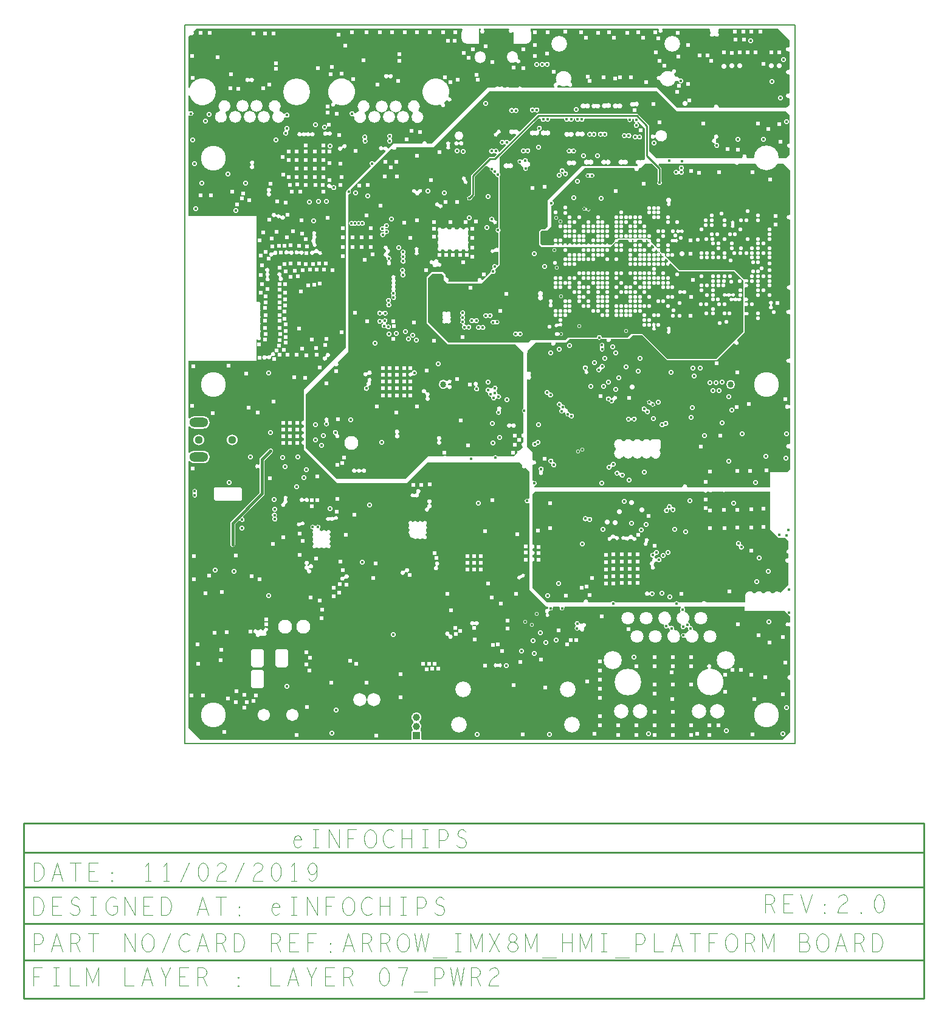
<source format=gbr>
G04 ================== begin FILE IDENTIFICATION RECORD ==================*
G04 Layout Name:  EI_ARROW_IMX8M_HMI_PLATFORM_17_00666_02.brd*
G04 Film Name:    L7_PWR2.gbr*
G04 File Format:  Gerber RS274X*
G04 File Origin:  Cadence Allegro 17.2-P019*
G04 Origin Date:  Mon Feb 11 12:30:39 2019*
G04 *
G04 Layer:  DRAWING FORMAT/L7*
G04 Layer:  DRAWING FORMAT/FILM_LABEL_OUTLINE*
G04 Layer:  VIA CLASS/L7_PWR2*
G04 Layer:  PIN/L7_PWR2*
G04 Layer:  ETCH/L7_PWR2*
G04 Layer:  DRAWING FORMAT/FILM_TITLE_BLOCK*
G04 Layer:  BOARD GEOMETRY/OUTLINE*
G04 *
G04 Offset:    (0.00 0.00)*
G04 Mirror:    No*
G04 Mode:      Positive*
G04 Rotation:  0*
G04 FullContactRelief:  No*
G04 UndefLineWidth:     5.00*
G04 ================== end FILE IDENTIFICATION RECORD ====================*
%FSLAX25Y25*MOIN*%
%IR0*IPPOS*OFA0.00000B0.00000*MIA0B0*SFA1.00000B1.00000*%
%ADD11O,.103X.052*%
%ADD15C,.016*%
%ADD10C,.034*%
%ADD12C,.044*%
%ADD14C,.03937*%
%ADD13R,.03937X.03937*%
%ADD16C,.01*%
%ADD17C,.015*%
%ADD18C,.004*%
%ADD19C,.005*%
%ADD27C,.02104*%
%ADD26C,.02204*%
%ADD24C,.05004*%
%ADD29C,.06004*%
%ADD22C,.02404*%
%ADD36C,.07104*%
%ADD32C,.07204*%
%ADD21C,.02804*%
%ADD34C,.06604*%
%ADD23C,.04804*%
%ADD30C,.06704*%
%ADD20C,.07604*%
%ADD31C,.08604*%
%ADD37C,.07904*%
%ADD38C,.09904*%
%ADD25C,.13604*%
%ADD35C,.14604*%
%ADD33C,.14704*%
%ADD28O,.05934X.06524*%
G75*
%LPD*%
G75*
G36*
G01X83300Y145200D02*
X66400Y162100D01*
Y191400D01*
X82099Y207099D01*
X82205Y206995D01*
G03X83905Y208695I845J855D01*
G01X83801Y208801D01*
X89600Y214600D01*
Y300581D01*
G02X89886Y300881I300J0D01*
G03X90843Y303238I-67J1400D01*
G02X90847Y303447I110J102D01*
G01X113294Y325894D01*
G02X113760Y325841I212J-212D01*
G03X115981Y326453I1019J638D01*
G01X115984Y326600D01*
X136200D01*
X167100Y357500D01*
X176792D01*
X176805Y357498D01*
G03X177195I195J1186D01*
G01X177208Y357500D01*
X258900D01*
X270000Y346400D01*
X329700D01*
X331700Y344400D01*
Y329102D01*
G02X331400Y328802I-300J0D01*
G03Y326398I0J-1202D01*
G02X331700Y326098I0J-300D01*
G01Y322700D01*
X329900Y320900D01*
X325701D01*
X325698Y321046D01*
G03X312098I-6800J-180D01*
G01X312095Y320900D01*
X308277D01*
G02X308002Y321320I0J300D01*
G03X305798I-1102J480D01*
G02X305523Y320900I-275J-120D01*
G01X265571D01*
G03X265429I-71J-1400D01*
G01X258200D01*
X254502Y324598D01*
Y338901D01*
X248301Y345102D01*
X193344D01*
X183506Y335264D01*
G02X182998Y335431I-212J212D01*
G03X180623Y336212I-1386J-213D01*
G02X180201I-211J213D01*
G03Y334224I-989J-994D01*
G02X180623I211J-213D01*
G03X181399Y333832I989J994D01*
G02X181566Y333324I-45J-296D01*
G01X178235Y329993D01*
G02X177748Y330085I-212J212D01*
G03X175474Y330518I-1285J-561D01*
G02X175052I-211J213D01*
G03Y328530I-989J-994D01*
G02X175474I211J-213D01*
G03X175902Y328239I989J994D01*
G02X175994Y327752I-120J-275D01*
G01X172460Y324218D01*
G02X171949Y324457I-212J212D01*
G03X169564Y325576I-1396J125D01*
G02X169142I-211J213D01*
G03Y323588I-989J-994D01*
G02X169564I211J-213D01*
G03X170678Y323186I988J994D01*
G02X170917Y322675I27J-299D01*
G01X169644Y321402D01*
X166800D01*
X156898Y311500D01*
Y301156D01*
X155935Y300193D01*
X155887Y300186D01*
G03X157486Y298587I213J-1386D01*
G01X157493Y298635D01*
X159102Y300244D01*
Y310588D01*
X164998Y316485D01*
G02X165475Y316413I212J-212D01*
G03X166802Y315671I1238J657D01*
G02X167105Y315277I18J-299D01*
G03X168453Y313434I1331J-441D01*
G02X168605Y313285I2J-150D01*
G03X169950Y311894I1402J10D01*
G02X170237Y311602I-13J-299D01*
G03X171689Y310238I1402J37D01*
G02X172000Y309938I11J-300D01*
G01Y282986D01*
G02X171709Y282686I-300J0D01*
G03Y279884I42J-1401D01*
G02X172000Y279584I-9J-300D01*
G01Y271771D01*
G02X171540Y271517I-300J0D01*
G03X169809Y271005I-640J-1017D01*
G02X169370Y270882I-272J126D01*
G03X169791Y269379I-670J-998D01*
G02X170230Y269502I272J-126D01*
G03X171540Y269483I670J998D01*
G02X172000Y269229I160J-254D01*
G01Y262700D01*
X171473Y262173D01*
G02X171021Y262204I-213J212D01*
G03X168795Y260499I-1120J-843D01*
G02X168654Y260029I-236J-185D01*
G03X167713Y258498I446J-1329D01*
G01X167723Y258423D01*
X163295Y253995D01*
G02X162784Y254189I-212J212D01*
G03X160575Y253463I-1200J-72D01*
G02X160324Y253000I-252J-163D01*
G01X144500D01*
X144334Y253166D01*
X144439Y253272D01*
G03X143437Y255310I-855J845D01*
G02X143100Y255608I-37J298D01*
G01Y256700D01*
X141500Y258300D01*
X135300D01*
X132700Y255700D01*
Y255251D01*
X132698Y255249D01*
Y230751D01*
X132700Y230749D01*
Y230500D01*
X144300Y218900D01*
X181000D01*
X185500Y214400D01*
Y183648D01*
G03Y181114I600J-1267D01*
G01Y170052D01*
X185384Y170025D01*
G03Y167683I270J-1171D01*
G01X185500Y167656D01*
Y164952D01*
X185384Y164925D01*
G03X185119Y162678I270J-1171D01*
G02X185197Y162197I-134J-269D01*
G01X183616Y160616D01*
X183538Y160632D01*
G03X182122Y159216I-238J-1178D01*
G01X182138Y159138D01*
X180400Y157400D01*
X171515D01*
G03X169085I-1215J-700D01*
G01X157825D01*
G03X156375I-725J-1200D01*
G01X143497D01*
G03X141703I-897J-800D01*
G01X133300D01*
X121100Y145200D01*
X83300D01*
G37*
G36*
G01X191800Y140500D02*
X191601Y140699D01*
G02X191775Y141209I212J212D01*
G03X191106Y143912I-175J1391D01*
G02X190700Y144193I-106J281D01*
G01Y152584D01*
G02X191100Y152867I300J0D01*
G03Y155133I400J1133D01*
G02X190700Y155416I-100J283D01*
G01Y159500D01*
X187500Y162700D01*
Y182310D01*
G03Y182452I-1400J71D01*
G01Y199398D01*
G02X187980Y199638I300J0D01*
G03X189493Y201503I720J962D01*
G02X189481Y201942I198J225D01*
G03X187968Y203797I-842J858D01*
G02X187500Y204046I-168J249D01*
G01Y213823D01*
G03X187877Y215333I-700J977D01*
G01X187830Y215430D01*
X192300Y219900D01*
X200677D01*
G02X200959Y219497I0J-300D01*
G03X203217I1129J-412D01*
G02X203499Y219900I282J103D01*
G01X208800D01*
X210800Y221900D01*
X226033D01*
G03X228567I1267J600D01*
G01X230984D01*
G02X231267Y221500I0J-300D01*
G03X233533I1133J-400D01*
G02X233816Y221900I283J100D01*
G01X243900D01*
X245600Y223600D01*
X250900D01*
X264400Y210100D01*
X291700D01*
X300945Y219345D01*
G02X301445Y219216I212J-212D01*
G03X302934Y220705I1155J334D01*
G02X302805Y221205I83J288D01*
G01X306900Y225300D01*
Y234601D01*
G02X307408Y234817I300J0D01*
G03Y236403I765J793D01*
G02X306900Y236619I-208J216D01*
G01Y239498D01*
G02X307344Y239761I300J0D01*
G03Y241695I529J967D01*
G02X306900Y241958I-144J263D01*
G01Y242057D01*
G02X307344Y242320I300J0D01*
G03Y244254I529J967D01*
G02X306900Y244517I-144J263D01*
G01Y249734D01*
G02X307344Y249997I300J0D01*
G03Y251931I529J967D01*
G02X306900Y252194I-144J263D01*
G01Y252398D01*
G02X307358Y252653I300J0D01*
G03X307121Y254326I582J936D01*
G02X306686Y254314I-223J201D01*
G01X301600Y259400D01*
X271100D01*
X263202Y267298D01*
X263251Y267396D01*
G03X261769Y268878I-981J501D01*
G01X261671Y268829D01*
X260643Y269857D01*
X260692Y269955D01*
G03X259210Y271437I-981J501D01*
G01X259112Y271388D01*
X255524Y274976D01*
X255574Y275073D01*
G03X254091Y276556I-982J501D01*
G01X253994Y276506D01*
X253900Y276600D01*
X252436D01*
X252411Y276609D01*
G03X251655I-378J-1035D01*
G01X251630Y276600D01*
X247318D01*
X247293Y276609D01*
G03X246537I-378J-1035D01*
G01X246512Y276600D01*
X244759D01*
X244734Y276609D01*
G03X243978I-378J-1035D01*
G01X243953Y276600D01*
X237200D01*
X237168Y276568D01*
X237076Y276603D01*
G03X235651Y275178I-397J-1028D01*
G01X235686Y275086D01*
X233900Y273300D01*
X232632D01*
X232595Y273398D01*
G03X230529I-1033J-383D01*
G01X230492Y273300D01*
X230073D01*
X230036Y273398D01*
G03X227970I-1033J-383D01*
G01X227933Y273300D01*
X227514D01*
X227477Y273398D01*
G03X225411I-1033J-383D01*
G01X225374Y273300D01*
X224955D01*
X224918Y273398D01*
G03X222852I-1033J-383D01*
G01X222815Y273300D01*
X222396D01*
X222359Y273398D01*
G03X220293I-1033J-383D01*
G01X220256Y273300D01*
X219837D01*
X219801Y273398D01*
G03X217733I-1034J-382D01*
G01X217697Y273300D01*
X217278D01*
X217241Y273398D01*
G03X215175I-1033J-383D01*
G01X215138Y273300D01*
X214719D01*
X214682Y273398D01*
G03X212616I-1033J-383D01*
G01X212579Y273300D01*
X212160D01*
X212123Y273398D01*
G03X210008Y273222I-1033J-383D01*
G01X209984Y273100D01*
X209636D01*
X209612Y273222D01*
G03X207448I-1082J-207D01*
G01X207424Y273100D01*
X207077D01*
X207053Y273222D01*
G03X204889I-1082J-207D01*
G01X204865Y273100D01*
X204518D01*
X204494Y273222D01*
G03X202330I-1082J-207D01*
G01X202306Y273100D01*
X195900D01*
X194900Y274100D01*
Y280500D01*
X195500Y281100D01*
X198600D01*
X201000Y283500D01*
Y294670D01*
G03X201762Y297249I1J1402D01*
G02X201713Y297713I163J252D01*
G01X219300Y315300D01*
X246228D01*
G02X246522Y314940I0J-300D01*
G03X248878I1178J-240D01*
G02X249172Y315300I294J60D01*
G01X250100D01*
X252500Y317700D01*
X256142D01*
X259194Y314648D01*
Y308171D01*
G03X261397I1101J-867D01*
G01Y315560D01*
X259770Y317188D01*
G02X259982Y317700I212J212D01*
G01X271974D01*
X272000Y317690D01*
G03X273000I500J1310D01*
G01X273026Y317700D01*
X301579D01*
X301620Y317616D01*
G03X303780I1080J527D01*
G01X303821Y317700D01*
X312878D01*
G03X324918I6020J3166D01*
G01X328300D01*
X331800Y314200D01*
Y289872D01*
G02X331440Y289578I-300J0D01*
G03Y287222I-240J-1178D01*
G02X331800Y286928I60J-294D01*
G01Y251389D01*
G02X331460Y251091I-300J-1D01*
G03Y248709I-160J-1191D01*
G02X331800Y248411I40J-297D01*
G01Y237877D01*
G02X331380Y237602I-300J0D01*
G03Y235398I-480J-1102D01*
G02X331800Y235123I120J-275D01*
G01Y211177D01*
G02X331380Y210902I-300J0D01*
G03Y208698I-480J-1102D01*
G02X331800Y208423I120J-275D01*
G01Y185503D01*
G02X331260Y185323I-300J0D01*
G03Y183877I-960J-723D01*
G02X331800Y183697I240J-180D01*
G01Y164270D01*
G02X331377Y163996I-300J0D01*
G03Y161804I-493J-1096D01*
G02X331800Y161530I123J-274D01*
G01Y150300D01*
X330347Y148846D01*
X320820D01*
Y140500D01*
X317585D01*
X317558Y140511D01*
G03X316642I-458J-1111D01*
G01X316615Y140500D01*
X310885D01*
X310858Y140511D01*
G03X309942I-458J-1111D01*
G01X309915Y140500D01*
X302965D01*
G03X302835I-65J-1200D01*
G01X275699D01*
G02X275399Y140820I-1J300D01*
G03X273001I-1199J80D01*
G02X272701Y140500I-299J-20D01*
G01X191800D01*
G37*
G36*
G01X129770Y6368D02*
G03X129235Y7124I-801J0D01*
G02X129107Y7602I100J283D01*
G03X128608Y11656I-2107J1798D01*
G02Y12144I174J244D01*
G03X125392I-1608J2256D01*
G02Y11656I-174J-244D01*
G03X124893Y7602I1608J-2256D01*
G02X124765Y7124I-228J-195D01*
G03X124230Y6368I266J-756D01*
G01Y2432D01*
G03X124236Y2337I801J3D01*
G02X123938Y2001I-298J-36D01*
G01X8700D01*
X2001Y8700D01*
Y154684D01*
G02X2532Y154876I300J0D01*
G03X5147Y153650I2615J2176D01*
G01X10247D01*
G03Y160452I0J3401D01*
G01X5147D01*
G03X2532Y159226I0J-3402D01*
G02X2001Y159418I-231J192D01*
G01Y173582D01*
G02X2532Y173774I300J0D01*
G03X5147Y172548I2615J2176D01*
G01X10247D01*
G03Y179350I0J3401D01*
G01X5147D01*
G03X2532Y178124I0J-3402D01*
G02X2001Y178316I-231J192D01*
G01Y209898D01*
X39170D01*
Y221210D01*
G02X39696Y221408I300J0D01*
G03X41200Y223242I904J792D01*
G01Y224923D01*
G03Y226877I-700J977D01*
G01Y229103D01*
G03Y230897I-800J897D01*
G01Y232803D01*
G03Y234597I-800J897D01*
G01Y236303D01*
G03Y237897I-900J797D01*
G01Y240203D01*
G03X39636Y242002I-900J797D01*
G02X39170Y242252I-166J250D01*
G01Y289002D01*
X2001D01*
Y343900D01*
G02X2495Y344129I300J0D01*
G03Y346271I905J1071D01*
G02X2001Y346500I-194J229D01*
G01Y354905D01*
G02X2588Y354993I300J0D01*
G03Y359301I7029J2154D01*
G02X2001Y359389I-287J88D01*
G01Y387301D01*
X2997Y388297D01*
X3100Y388223D01*
G03X4777Y389900I700J977D01*
G01X4703Y390003D01*
X6400Y391700D01*
X152009D01*
G02X152252Y391223I1J-300D01*
G03X151642Y389357I2554J-1868D01*
G01Y386601D01*
G03X154806Y383438I3164J1D01*
G01X161416D01*
Y391700D01*
X162197D01*
G02X162377Y391160I0J-300D01*
G03X163823I723J-960D01*
G02X164003Y391700I180J240D01*
G01X177598D01*
G02X177838Y391220I0J-300D01*
G03X179748Y389761I962J-720D01*
G02X180284Y389577I236J-185D01*
G01Y383438D01*
X186894D01*
G03X190058Y386601I0J3164D01*
G01Y389357D01*
G03X189448Y391223I-3164J-2D01*
G02X189691Y391700I242J177D01*
G01X259598D01*
G02X259838Y391220I0J-300D01*
G03X261762I962J-720D01*
G02X262002Y391700I240J180D01*
G01X287552D01*
G02X287831Y391290I0J-300D01*
G03X288335Y389817I1119J-440D01*
G02X288345Y389308I-153J-258D01*
G03X290100Y387815I655J-1008D01*
G02X290639Y387835I274J-121D01*
G03X292431Y389354I1061J565D01*
G02X292411Y389813I183J238D01*
G03X292663Y391260I-811J887D01*
G02X292929Y391700I266J140D01*
G01X325200D01*
X331500Y385400D01*
Y381733D01*
G02X331094Y381452I-300J0D01*
G03Y379202I-423J-1125D01*
G02X331500Y378921I106J-281D01*
G01Y369348D01*
G02X331120Y369059I-300J0D01*
G03Y366741I-320J-1159D01*
G02X331500Y366452I80J-289D01*
G01Y356356D01*
G02X331100Y356073I-300J0D01*
G03Y353807I-400J-1133D01*
G02X331500Y353524I100J-283D01*
G01Y349900D01*
X330530Y348930D01*
X330489Y348920D01*
G03X329823Y348500I273J-1170D01*
G01X292889D01*
G02X292591Y348840I-1J300D01*
G03X290209I-1191J160D01*
G02X289911Y348500I-297J-40D01*
G01X269800D01*
X258900Y359400D01*
X204423D01*
G02X204218Y359920I-1J300D01*
G03X204595Y360666I-817J881D01*
G02X205076Y360870I298J-33D01*
G03X209794Y360512I2631J3404D01*
G02X210208Y360382I145J-263D01*
G03X211749Y362023I1078J532D01*
G02X211593Y362429I115J277D01*
G03X203823Y362423I-3886J1845D01*
G02X203522Y361996I-271J-129D01*
G03X202582Y359920I-122J-1196D01*
G02X202377Y359400I-204J-220D01*
G01X184809D01*
G03X182623I-1093J-500D01*
G01X177965D01*
G03X176035I-965J-716D01*
G01X174877D01*
X174835Y359482D01*
G03X172803Y359662I-1072J-543D01*
G02X172323I-240J180D01*
G03X170291Y359482I-960J-723D01*
G01X170249Y359400D01*
X165900D01*
X135200Y328700D01*
X132985D01*
G02X132686Y328977I0J300D01*
G03X130288I-1199J-90D01*
G02X129989Y328700I-299J23D01*
G01X114400D01*
X111709Y326009D01*
G02X111198Y326197I-212J212D01*
G03X109036Y326818I-1198J-97D01*
G02X108555I-240J179D01*
G03Y325382I-964J-718D01*
G02X109036I240J-179D01*
G03X109903Y324902I964J718D01*
G02X110091Y324391I-24J-299D01*
G01X104230Y318530D01*
G02X103768Y318576I-212J212D01*
G03X101824Y316632I-1168J-776D01*
G02X101870Y316170I-166J-250D01*
G01X89272Y303572D01*
X89247Y303561D01*
G03X88539Y302853I572J-1280D01*
G01X88528Y302828D01*
X88200Y302500D01*
Y217000D01*
X65200Y194000D01*
Y177051D01*
G02X65056Y176901I-150J0D01*
G03Y174499I44J-1201D01*
G02X65200Y174349I-6J-150D01*
G01Y173451D01*
G02X65056Y173301I-150J0D01*
G03Y170899I44J-1201D01*
G02X65200Y170749I-6J-150D01*
G01Y169851D01*
G02X65056Y169701I-150J0D01*
G03Y167299I44J-1201D01*
G02X65200Y167149I-6J-150D01*
G01Y166251D01*
G02X65056Y166101I-150J0D01*
G03Y163699I44J-1201D01*
G02X65200Y163549I-6J-150D01*
G01Y161000D01*
X83300Y142900D01*
X121800D01*
X133000Y154100D01*
X183700D01*
X185072Y152728D01*
G03X186765Y151035I928J-765D01*
G01X188900Y148900D01*
Y134445D01*
G02X188441Y134190I-300J-1D01*
G03Y131810I-741J-1190D01*
G02X188900Y131555I159J-254D01*
G01Y84500D01*
X197100Y76300D01*
Y76200D01*
X198300Y75000D01*
X198853D01*
G02X199140Y74612I0J-300D01*
G03X199091Y74011I1340J-412D01*
G02X198731Y73678I-297J-40D01*
G03X198056Y71591I-232J-1078D01*
G02X198141Y71099I-121J-274D01*
G03X199344Y71309I759J-799D01*
G02X199259Y71801I121J274D01*
G03X199602Y72599I-759J799D01*
G02X200004Y72881I300J0D01*
G03X201820Y74612I476J1319D01*
G02X202107Y75000I287J88D01*
G01X205173D01*
G02X205460Y74612I0J-300D01*
G03X208140I1340J-412D01*
G02X208427Y75000I287J88D01*
G01X228132D01*
G03X229472I670J998D01*
G01X271802D01*
G02X271995Y74471I-1J-300D01*
G03X271812Y72515I905J-1071D01*
G02X271698Y72051I-233J-189D01*
G03X272011Y65406I1402J-3264D01*
G02X272145Y64923I-92J-286D01*
G03X274537Y63577I1055J-923D01*
G02X274960Y63753I286J-91D01*
G03X275518Y63600I642J1247D01*
G02X275800Y63283I-17J-299D01*
G03X276200Y62217I1400J-83D01*
G02X276151Y61756I-214J-210D01*
G03X274905Y60340I1948J-2970D01*
G02X274418Y60264I-270J131D01*
G03X274186Y58139I-1018J-964D01*
G02X274646Y57960I168J-249D01*
G03X278731Y62283I3454J827D01*
G02X278505Y62687I53J295D01*
G03X277282Y64600I-1305J513D01*
G02X277000Y64917I17J299D01*
G03X276137Y66295I-1400J83D01*
G02X276006Y66745I114J277D01*
G03X274214Y72160I-2906J2042D01*
G02X274060Y72613I94J285D01*
G03X273805Y74471I-1160J787D01*
G02X273998Y75000I194J229D01*
G01X307100D01*
Y72600D01*
X328900D01*
X329939Y71561D01*
X329950Y71523D01*
G03X330923Y70550I1350J377D01*
G01X330961Y70539D01*
X331800Y69700D01*
Y66421D01*
G02X331300Y66197I-300J0D01*
G03Y64403I-800J-897D01*
G02X331800Y64179I200J-224D01*
G01Y37751D01*
G02X331510Y37451I-300J0D01*
G03Y35049I40J-1201D01*
G02X331800Y34749I-10J-300D01*
G01Y6200D01*
X327601Y2001D01*
X130062D01*
G02X129764Y2337I0J300D01*
G03X129770Y2432I-795J98D01*
G01Y6368D01*
G37*
G36*
G01X198300Y77500D02*
X190500Y85300D01*
Y99623D01*
G02X190643Y99772I150J-1D01*
G03Y102174I-58J1201D01*
G02X190500Y102323I7J150D01*
G01Y103149D01*
G02X190644Y103299I150J0D01*
G03Y105701I-44J1201D01*
G02X190500Y105851I6J150D01*
G01Y106623D01*
G02X190643Y106772I150J-1D01*
G03Y109174I-58J1201D01*
G02X190500Y109323I7J150D01*
G01Y136700D01*
X192000Y138200D01*
X284354D01*
X284390Y138103D01*
G03X286638I1124J427D01*
G01X286674Y138200D01*
X287207D01*
G03X289393I1093J500D01*
G01X294703D01*
G03X296497I897J800D01*
G01X302415D01*
X302442Y138189D01*
G03X303358I458J1111D01*
G01X303385Y138200D01*
X310335D01*
G03X310465I65J1200D01*
G01X317035D01*
G03X317165I65J1200D01*
G01X320820D01*
Y119120D01*
X320800Y119100D01*
Y117300D01*
X325400Y112700D01*
X329200D01*
X330900Y111000D01*
Y106391D01*
X330789Y106361D01*
G03Y104039I311J-1161D01*
G01X330900Y104009D01*
Y101772D01*
G02X330540Y101478I-300J0D01*
G03Y99122I-240J-1178D01*
G02X330900Y98828I60J-294D01*
G01Y87000D01*
X326667Y82767D01*
X326562Y82855D01*
G03X322581Y82276I-1731J-2074D01*
G02X322081I-250J166D01*
G03X317581I-2250J-1495D01*
G02X317081I-250J166D01*
G03X312581I-2250J-1495D01*
G02X312081I-250J166D01*
G03X307130Y80781I-2250J-1495D01*
G01Y80381D01*
G03X307196Y79784I2701J-4D01*
G01X307200Y79768D01*
Y78011D01*
X307189Y77984D01*
G03X307130Y77681I742J-302D01*
G01Y77500D01*
X285869D01*
X285833Y77600D01*
G03X283567I-1133J-400D01*
G01X283531Y77500D01*
X270751D01*
G03X268449I-1151J-800D01*
G01X235945D01*
G03X233613I-1166J-779D01*
G01X221399D01*
G02X221099Y77820I-1J300D01*
G03X218701I-1199J80D01*
G02X218401Y77500I-299J-20D01*
G01X198300D01*
G37*
G36*
G01X264649Y210702D02*
X251149Y224202D01*
X251098D01*
X250900Y224400D01*
X244600D01*
X242702Y222502D01*
X228709D01*
X228695Y222637D01*
G03X225905I-1395J-137D01*
G01X225891Y222502D01*
X210551D01*
X210549Y222500D01*
X210000D01*
X208500Y221000D01*
X189500D01*
X188300Y219800D01*
X144500D01*
X133300Y231000D01*
Y255000D01*
X135800Y257500D01*
X140800D01*
X142100Y256200D01*
Y253900D01*
X144000Y252000D01*
X162500D01*
X168160Y257660D01*
G03X170140Y259640I940J1040D01*
G01X170738Y260238D01*
G03X171024Y260524I-838J1124D01*
G01X172700Y262200D01*
Y280253D01*
G03Y282317I-949J1032D01*
G01Y310723D01*
G03Y312555I-1061J916D01*
G01Y321342D01*
X193858Y342500D01*
X194760D01*
G02X195059Y342173I0J-300D01*
G03X197444Y341055I1396J-124D01*
G02X197866I211J-213D01*
G03X200251Y342173I989J994D01*
G02X200550Y342500I299J27D01*
G01X207759D01*
G02X208055Y342150I0J-300D01*
G03X210426Y340922I1382J-234D01*
G02X210848I211J-213D01*
G03X213219Y342150I989J994D01*
G02X213515Y342500I296J50D01*
G01X213669D01*
G02X213965Y342150I0J-300D01*
G03X216336Y340922I1382J-234D01*
G02X216758I211J-213D01*
G03X219129Y342150I989J994D01*
G02X219425Y342500I296J50D01*
G01X242367D01*
G02X242660Y342134I0J-300D01*
G03X245396I1368J-306D01*
G02X245689Y342500I293J66D01*
G01X245887D01*
G02X246171Y342104I0J-300D01*
G03X246848Y340416I1329J-447D01*
G02X246866Y339894I-139J-266D01*
G03X248252Y339941I734J-1194D01*
G02X248234Y340463I139J266D01*
G03X248362Y340552I-735J1194D01*
G01X248467Y340633D01*
X252200Y336900D01*
Y320400D01*
X251629Y319829D01*
X251537Y319867D01*
G03X250015Y319564I-533J-1297D01*
G02X249593I-211J213D01*
G03X248334Y317194I-989J-994D01*
G02X248488Y316688I-58J-294D01*
G01X248200Y316400D01*
X217600D01*
X198900Y297700D01*
Y283300D01*
X197400Y281800D01*
X195300D01*
X194300Y280800D01*
Y280751D01*
X194298Y280749D01*
Y273851D01*
X194300Y273849D01*
Y273400D01*
X195600Y272100D01*
X202798D01*
G03X204026I614J915D01*
G01X205357D01*
G03X206585I614J915D01*
G01X207916D01*
G03X209144I614J915D01*
G01X210476D01*
G03X211704I614J915D01*
G01X213035D01*
G03X214263I614J915D01*
G01X215594D01*
G03X216822I614J915D01*
G01X218154D01*
G03X219380I613J916D01*
G01X220712D01*
G03X221940I614J915D01*
G01X223271D01*
G03X224499I614J915D01*
G01X225830D01*
G03X227058I614J915D01*
G01X228389D01*
G03X229617I614J915D01*
G01X230948D01*
G03X232176I614J915D01*
G01X233500D01*
X234098Y272698D01*
X234149D01*
X236089Y274638D01*
X236185Y274590D01*
G03X237777Y275672I494J985D01*
G02X238076Y275998I299J26D01*
G01X242960D01*
G02X243258Y275672I-1J-300D01*
G03X245431Y275816I1098J-98D01*
G01X245428Y275832D01*
Y275998D01*
X245843D01*
Y275832D01*
X245840Y275816D01*
G03X248013Y275672I1075J-242D01*
G02X248311Y275998I299J26D01*
G01X250637D01*
G02X250935Y275672I-1J-300D01*
G03X253108Y275816I1098J-98D01*
G01X253105Y275832D01*
Y275998D01*
X253520D01*
Y275832D01*
X253517Y275816D01*
G03X254882Y274511I1075J-242D01*
G01X254966Y274534D01*
X255366Y274134D01*
X255184Y273951D01*
X255087Y274000D01*
G03X255693Y273069I-495J-985D01*
G02X256204Y273296I300J14D01*
G01X257432Y272068D01*
G02X257205Y271557I-213J-211D01*
G03X258136Y270951I-54J-1101D01*
G01X258087Y271048D01*
X258270Y271230D01*
X258671Y270829D01*
X258648Y270745D01*
G03X260000Y269393I1063J-289D01*
G01X260084Y269416D01*
X260484Y269016D01*
X260302Y268833D01*
X260205Y268882D01*
G03X260695Y268392I-495J-985D01*
G01X260646Y268489D01*
X260829Y268671D01*
X261230Y268270D01*
X261207Y268186D01*
G03X262559Y266834I1063J-289D01*
G01X262643Y266857D01*
X263042Y266458D01*
X262860Y266275D01*
X262763Y266324D01*
G03X263371Y265391I-493J-986D01*
G02X263882Y265618I300J14D01*
G01X265109Y264391D01*
G02X264882Y263880I-213J-211D01*
G03X265930Y262832I-53J-1101D01*
G02X266441Y263059I300J14D01*
G01X270800Y258700D01*
X301300D01*
X306298Y253702D01*
Y225598D01*
X291402Y210702D01*
X264649D01*
G37*
%LPC*%
G75*
G36*
G01X246793Y349259D02*
G03X246404Y349222I-173J-245D01*
G02X246202Y351341I-1009J973D01*
G03X246591Y351378I173J245D01*
G02X246793Y349259I1009J-973D01*
G37*
G36*
G01X231388Y348535D02*
G03X231176Y348518I-98J-114D01*
G02X231018Y350489I-1070J906D01*
G03X231230Y350506I98J114D01*
G02X231388Y348535I1070J-906D01*
G37*
G36*
G01X237497Y348322D02*
G03X237075I-211J-213D01*
G02Y350310I-989J994D01*
G03X237497I211J213D01*
G02Y348322I989J-994D01*
G37*
G36*
G01X219780D02*
G03X219358I-211J-213D01*
G02Y350310I-989J994D01*
G03X219780I211J213D01*
G02Y348322I989J-994D01*
G37*
G36*
G01X225199Y350370D02*
G03X225591Y350368I197J226D01*
G02X225576Y348246I909J-1067D01*
G03X225184Y348248I-197J-226D01*
G02X225199Y350370I-909J1067D01*
G37*
G36*
G01X191956Y346197D02*
G03X191534I-211J-213D01*
G02Y348185I-989J994D01*
G03X191956I211J213D01*
G02Y346197I989J-994D01*
G37*
G36*
G01X180566Y345897D02*
G03X180144I-211J-213D01*
G02Y347885I-989J994D01*
G03X180566I211J213D01*
G02Y345897I989J-994D01*
G37*
G36*
G01X172011Y334101D02*
G03X171691Y333762I-23J-299D01*
G02X170589Y334799I-1191J-162D01*
G03X170909Y335138I23J299D01*
G02X172011Y334101I1191J162D01*
G37*
G36*
G01X145221Y327917D02*
G03X145220Y327478I204J-220D01*
G02X143583Y327483I-821J-878D01*
G03X143584Y327922I-204J220D01*
G02X145221Y327917I821J878D01*
G37*
G36*
G01X152866Y308029D02*
G03X152656Y308431I-279J110D01*
G02X154052Y309159I278J1169D01*
G03X154262Y308757I279J-110D01*
G02X152866Y308029I-278J-1169D01*
G37*
G36*
G01X126206Y301359D02*
G03X125867Y301622I-298J-34D01*
G02X126895Y302953I-166J1190D01*
G03X127234Y302690I298J34D01*
G02X127408Y302702I169J-1190D01*
G03X127708Y302964I2J300D01*
G02X128892Y301610I1192J-152D01*
G03X128592Y301348I-2J-300D01*
G02X126206Y301359I-1192J152D01*
G37*
G36*
G01X139413Y295739D02*
G03X139802Y295534I290J78D01*
G02X139040Y294086I398J-1134D01*
G03X138651Y294291I-290J-78D01*
G02X139413Y295739I-398J1134D01*
G37*
G36*
G01X169647Y287137D02*
G03X169974Y286814I299J-24D01*
G02X168881Y285588I109J-1197D01*
G03X168523Y285875I-300J-7D01*
G02X169647Y287137I-273J1375D01*
G37*
G36*
G01X92375Y284002D02*
G02Y285998I-985J998D01*
G02X94345I985J-998D01*
G02X96315I985J-998D01*
G02Y284002I985J-998D01*
G02X94345I-985J998D01*
G02X92375I-985J998D01*
G37*
G36*
G01X155200Y280623D02*
Y279077D01*
G02Y277123I-700J-977D01*
G01Y275577D01*
G02Y273623I-700J-977D01*
G01Y271877D01*
G02X153305Y270767I-700J-977D01*
G01X153291Y270900D01*
X152209D01*
X152195Y270767D01*
G02X149805I-1195J133D01*
G01X149791Y270900D01*
X148293D01*
X148277Y270769D01*
G02X145891I-1193J148D01*
G01X145875Y270900D01*
X144409D01*
X144395Y270767D01*
G02X142005I-1195J133D01*
G01X141991Y270900D01*
X140909D01*
X140895Y270767D01*
G02X138800Y271697I-1195J133D01*
G01Y273803D01*
G02Y275397I900J797D01*
G01Y277303D01*
G02Y278897I900J797D01*
G01Y280803D01*
G02X140798Y282089I900J797D01*
G01X140838Y282000D01*
X142062D01*
X142102Y282089D01*
G02X144333Y282000I1098J-489D01*
G01X144369Y281900D01*
X145911D01*
X145945Y282002D01*
G02X148223I1139J-385D01*
G01X148257Y281900D01*
X149831D01*
X149867Y282000D01*
G02X152133I1133J-400D01*
G01X152169Y281900D01*
X153331D01*
X153367Y282000D01*
G02X155200Y280623I1133J-400D01*
G37*
G36*
G01X127807Y270041D02*
G03X127815Y269571I190J-232D01*
G02X126319Y269544I-731J-954D01*
G03X126311Y270014I-190J232D01*
G02X127807Y270041I731J954D01*
G37*
G36*
G01X120624Y265769D02*
G03Y265317I198J-226D01*
G02X118776I-924J-1054D01*
G03Y265769I-198J226D01*
G02X118722Y267828I924J1054D01*
G03Y268257I-209J214D01*
G02X120678I978J1005D01*
G03Y267828I209J-215D01*
G02X120624Y265769I-978J-1005D01*
G37*
G36*
G01X120423Y258351D02*
G03X120458Y257909I219J-205D01*
G02X118579Y257761I-858J-1109D01*
G03X118544Y258203I-219J205D01*
G02X120423Y258351I858J1109D01*
G37*
G36*
G01X113538Y247806D02*
G03X113567Y248254I-184J237D01*
G02X113602Y249980I853J846D01*
G03Y250420I-205J220D01*
G02X113647Y252220I818J880D01*
G03Y252680I-193J230D01*
G02X113515Y254391I773J920D01*
G03X113511Y254791I-226J198D01*
G02X115305Y254809I889J809D01*
G03X115309Y254409I226J-198D01*
G02X115193Y252680I-889J-809D01*
G03Y252220I193J-230D01*
G02X115238Y250420I-773J-920D01*
G03Y249980I205J-220D01*
G02X115259Y248239I-818J-880D01*
G03X115280Y247791I210J-215D01*
G02X115434Y245753I-880J-1091D01*
G03Y245347I221J-203D01*
G02X113366I-1034J-947D01*
G03Y245753I-221J203D01*
G02X113538Y247806I1034J947D01*
G37*
G36*
G01X112698Y241804D02*
G03X112714Y241363I211J-213D01*
G02X110814Y241296I-914J-1063D01*
G03X110798Y241737I-211J213D01*
G02X112698Y241804I914J1063D01*
G37*
G36*
G01X125227Y201941D02*
G03X124824Y201774I-123J-274D01*
G02X124059Y203347I-1124J426D01*
G03X124440Y203561I90J286D01*
G02X125227Y201941I1360J-340D01*
G37*
G36*
G01X171190Y189034D02*
G03X170714Y188910I-195J-228D01*
G02X168018Y189637I-1314J489D01*
G03X167707Y189987I-296J50D01*
G02X166328Y191898I-73J1400D01*
G03X166059Y192307I-279J109D01*
G02X166846Y194900I49J1401D01*
G01X168696D01*
X168716Y195026D01*
G02X171100Y193817I1384J-226D01*
G01Y192936D01*
G02X171244Y191792I-1196J-732D01*
G03X171631Y191421I287J-88D01*
G02X171190Y189034I469J-1321D01*
G37*
G36*
G01X173180Y182738D02*
G03X173130Y182329I192J-231D01*
G02X171254Y182687I-1130J-829D01*
G03X171358Y183085I-159J254D01*
G02X173180Y182738I1054J577D01*
G37*
G36*
G01X76804Y176278D02*
G03X76820Y176726I-192J231D01*
G02X78516Y176761I830J869D01*
G03X78550Y176315I216J-208D01*
G02X76804Y176278I-850J-1115D01*
G37*
G36*
G01X83788Y169947D02*
G03X83971Y169543I276J-119D01*
G02X82449Y168746I-371J-1143D01*
G03X82221Y169126I-287J86D01*
G02X83788Y169947I279J1374D01*
G37*
G36*
G01X258049Y333422D02*
G02X258209Y331897I3172J-438D01*
G03X257662Y331936I-282J-102D01*
G02X257522Y333271I-1062J563D01*
G03X258049Y333422I230J193D01*
G37*
G36*
G01X149980Y328280D02*
G02Y329334I-1080J527D01*
G03X150520I270J131D01*
G02Y328280I1080J-527D01*
G03X149980I-270J-131D01*
G37*
G36*
G01X291520Y329110D02*
G02X290562Y328539I180J-1390D01*
G03X290298Y329014I-243J176D01*
G02X290063Y331406I-85J1199D01*
G03X290279Y331863I-38J297D01*
G02X291446Y331311I1017J641D01*
G03X291230Y330854I38J-297D01*
G02X291228Y329569I-1017J-641D01*
G03X291520Y329110I253J-161D01*
G37*
G36*
G01X109882Y278845D02*
G02X108825Y280179I-1402J-25D01*
G03X109198Y280475I73J291D01*
G02Y280530I1402J28D01*
G03X108775Y280809I-300J6D01*
G02X108693Y283401I-575J1279D01*
G03X109098Y283685I105J281D01*
G02X110007Y282387I1402J15D01*
G03X109602Y282103I-105J-281D01*
G02Y282058I-1402J-23D01*
G03X110025Y281779I300J-6D01*
G02X110255Y279141I575J-1279D01*
G03X109882Y278845I-73J-291D01*
G37*
G36*
G01X112595Y264254D02*
G02X111174Y264167I-651J-1010D01*
G03X111122Y264662I-193J230D01*
G02X110433Y266288I658J1238D01*
G03X110156Y266671I-288J83D01*
G02X109947Y269047I44J1201D01*
G03X110167Y269440I-63J293D01*
G02X110163Y270231I1133J401D01*
G03X109929Y270624I-284J97D01*
G02X111266Y271419I200J1185D01*
G03X111500Y271026I284J-97D01*
G02X111553Y268666I-200J-1185D01*
G03X111333Y268273I63J-293D01*
G02X111382Y267653I-1133J-401D01*
G03X111695Y267299I295J-54D01*
G02X112585Y264752I85J-1399D01*
G03X112595Y264254I172J-246D01*
G37*
G36*
G01X138148Y261511D02*
G02X135912Y262285I-1048J589D01*
G03X135544Y262623I-296J47D01*
G02X136229Y264498I-287J1167D01*
G03X136756Y264582I242J177D01*
G02X139052Y263868I1144J-370D01*
G03X139388Y263486I287J-86D01*
G02X138644Y261551I196J-1186D01*
G03X138148Y261511I-235J-187D01*
G37*
G36*
G01X108631Y236574D02*
G02X108580Y235109I1169J-774D01*
G03X108069Y235126I-261J-148D01*
G02X108120Y236591I-1169J774D01*
G03X108631Y236574I261J148D01*
G37*
G36*
G01X110869Y229497D02*
G02X110387Y227598I731J-1196D01*
G03X109971Y227703I-259J-151D01*
G02X108692Y230191I-731J1197D01*
G03X108782Y230684I-117J276D01*
G02X108679Y230793I966J1016D01*
G03X108177Y230722I-229J-195D01*
G02X107969Y232207I-1277J578D01*
G03X108471Y232278I229J195D01*
G02X110296Y230409I1277J-578D01*
G03X110206Y229916I117J-276D01*
G02X110453Y229602I-967J-1015D01*
G03X110869Y229497I259J151D01*
G37*
G36*
G01X100156Y202069D02*
G02X99685Y203388I-1156J331D01*
G03X100144Y203552I171J246D01*
G02X100615Y202233I1156J-331D01*
G03X100156Y202069I-171J-246D01*
G37*
G36*
G01X144670Y196371D02*
G02X144084Y195025I580J-1053D01*
G03X143573Y195155I-291J-73D01*
G02X143470Y198650I-1841J1695D01*
G03X143962Y198769I208J216D01*
G02X144644Y197270I1138J-387D01*
G03X144231Y196977I-113J-278D01*
G02X144227Y196657I-2499J-129D01*
G03X144670Y196371I299J-23D01*
G37*
G36*
G01X100600Y195457D02*
G02X99543Y195988I-1099J-870D01*
G03X99798Y196459I9J300D01*
G02X100196Y198191I988J685D01*
G03X100299Y198619I-147J262D01*
G02X101890Y198237I1001J665D01*
G03X101787Y197809I147J-262D01*
G02X100825Y195943I-1001J-665D01*
G03X100600Y195457I10J-300D01*
G37*
G36*
G01X160404Y195677D02*
G02X159181Y195445I-377J-1350D01*
G03X159100Y195967I-181J239D01*
G02X160288Y196193I400J1133D01*
G03X160404Y195677I197J-227D01*
G37*
G36*
G01X133719Y189930D02*
G02X132397Y189875I-619J-1030D01*
G03X132377Y190376I-175J244D01*
G02X131812Y191611I619J1030D01*
G03X131433Y191950I-296J51D01*
G02X132284Y192900I-333J1155D01*
G03X132663Y192561I296J-51D01*
G02X133699Y190431I333J-1155D01*
G03X133719Y189930I175J-244D01*
G37*
G36*
G01X179285Y174965D02*
G02X179259Y173580I969J-711D01*
G03X178769Y173589I-248J-169D01*
G02X178795Y174974I-969J711D01*
G03X179285Y174965I248J169D01*
G37*
G36*
G01X117025Y169427D02*
G02X115695Y169374I-625J-1027D01*
G03X115675Y169873I-176J243D01*
G02X117005Y169926I625J1027D01*
G03X117025Y169427I176J-243D01*
G37*
G36*
G01X140094Y165882D02*
G02X138706I-694J-982D01*
G03Y166371I-173J245D01*
G02X140094I694J982D01*
G03Y165882I173J-244D01*
G37*
G36*
G01X93880Y148973D02*
G02Y150027I-1080J527D01*
G03X94420I270J131D01*
G02X96580I1080J-527D01*
G03X97120I270J131D01*
G02Y148973I1080J-527D01*
G03X96580I-270J-131D01*
G02X94420I-1080J527D01*
G03X93880I-270J-131D01*
G37*
G36*
G01X222418Y310152D02*
G03X222027Y310148I-193J-229D01*
G02X222005Y312271I-927J1052D01*
G03X222396Y312275I193J229D01*
G02X222418Y310152I927J-1052D01*
G37*
G36*
G01X266238Y296626D02*
G03X266197Y296203I190J-232D01*
G02X264499I-849J-703D01*
G03X264458Y296626I-231J191D01*
G02X266238I890J1083D01*
G37*
G36*
G01X301172Y284714D02*
G03Y284286I211J-214D01*
G02X299628I-772J-786D01*
G03Y284714I-211J214D01*
G02X301172I772J786D01*
G37*
G36*
G01X271735Y280017D02*
G03X271265I-235J-186D01*
G02Y281383I-865J683D01*
G03X271735I235J186D01*
G02Y280017I865J-683D01*
G37*
G36*
G01X268609Y274806D02*
G03X268179I-215J-208D01*
G02Y276342I-791J768D01*
G03X268609I215J208D01*
G02Y274806I791J-768D01*
G37*
G36*
G01X229802Y217422D02*
G03X229806Y217018I224J-200D01*
G02X227732Y216995I-1027J-955D01*
G03X227728Y217399I-224J200D01*
G02X229802Y217422I1027J955D01*
G37*
G36*
G01X228781Y205198D02*
G03X228478Y204885I-3J-300D01*
G02X227096Y206225I-1401J-62D01*
G03X227399Y206538I3J300D01*
G02X228781Y205198I1401J62D01*
G37*
G36*
G01X219144Y204180D02*
G03X219021Y204623I-247J170D01*
G02X220667Y204990I579J1277D01*
G03X220743Y204537I228J-195D01*
G02X219144Y204180I-608J-1037D01*
G37*
G36*
G01X199995Y192600D02*
G03X200337Y192324I299J21D01*
G02X199137Y190840I199J-1388D01*
G03X198795Y191116I-299J-21D01*
G02X199995Y192600I-199J1388D01*
G37*
G36*
G01X235811Y188268D02*
G03X235495Y187939I-18J-299D01*
G02X232751Y187419I-1395J-138D01*
G03X232577Y187526I-145J-40D01*
G02X233649Y189281I-277J1374D01*
G03X233823Y189174I145J40D01*
G02X234332Y189183I279J-1374D01*
G03X234681Y189476I49J296D01*
G02X235811Y188268I1202J-8D01*
G37*
G36*
G01X255964Y187409D02*
G03X256309Y187210I285J95D01*
G02X255259Y185393I280J-1374D01*
G03X254914Y185592I-285J-95D01*
G02X255964Y187409I-280J1374D01*
G37*
G36*
G01X253190Y183537D02*
G03X253522Y183278I297J39D01*
G02X252292Y181705I160J-1393D01*
G03X251960Y181964I-297J-39D01*
G02X253190Y183537I-160J1393D01*
G37*
G36*
G01X208670Y180904D02*
G03X208486Y181272I-287J86D01*
G02X208211Y181415I412J1129D01*
G03X207800Y181349I-171J-246D01*
G02X205915Y183368I-1120J844D01*
G03X205959Y183575I-82J126D01*
G02X205739Y184223I1177J761D01*
G03X205433Y184498I-299J-25D01*
G02X206797Y186013I-33J1402D01*
G03X207103Y185738I299J25D01*
G02X208491Y183975I33J-1402D01*
G03X208804Y183598I290J-78D01*
G02X210087Y182210I96J-1198D01*
G03X210318Y181869I296J-48D01*
G02X211346Y180934I-305J-1368D01*
G03X211535Y180838I143J47D01*
G02X210635Y179071I433J-1333D01*
G03X210446Y179167I-143J-47D01*
G02X208670Y180904I-433J1334D01*
G37*
G36*
G01X263195Y174154D02*
G03X263000Y174085I-61J-137D01*
G02X262320Y176001I-1250J635D01*
G03X262515Y176070I61J137D01*
G02X263195Y174154I1250J-635D01*
G37*
G36*
G01X193317Y163727D02*
G03X193142Y163621I-31J-147D01*
G02X192077Y165379I-1348J385D01*
G03X192252Y165485I31J147D01*
G02X193317Y163727I1348J-385D01*
G37*
G36*
G01X260818Y166083D02*
Y161883D01*
G02X260412Y161186I-801J0D01*
G03X260316Y160751I148J-261D01*
G02X260818Y159183I-2200J-1569D01*
G01Y158783D01*
G02X255866Y157288I-2702J0D01*
G03X255366I-250J-166D01*
G02X250866I-2250J1495D01*
G03X250366I-250J-166D01*
G02X245866I-2250J1495D01*
G03X245366I-250J-166D01*
G02X240866I-2250J1495D01*
G03X240366I-250J-166D01*
G02X235414Y158783I-2250J1495D01*
G01Y159183D01*
G02X236380Y161253I2701J0D01*
G03Y161713I-192J230D01*
G02X235414Y163783I1735J2070D01*
G01Y164183D01*
G02X240366Y165678I2702J0D01*
G03X240866I250J166D01*
G02X245366I2250J-1495D01*
G03X245866I250J166D01*
G02X250366I2250J-1495D01*
G03X250866I250J166D01*
G02X255152Y165959I2250J-1495D01*
G01X255196Y165908D01*
X255414D01*
Y166083D01*
G02X256216Y166884I802J-1D01*
G01X260016D01*
G02X260818Y166083I1J-801D01*
G37*
G36*
G01X202112Y154471D02*
G03X202392Y154101I292J-70D01*
G02X200974Y153029I-55J-1401D01*
G03X200694Y153399I-292J70D01*
G02X202112Y154471I55J1401D01*
G37*
G36*
G01X234407Y151687D02*
G03X234002Y151405I-105J-281D01*
G02X233093Y152713I-1402J-5D01*
G03X233498Y152995I105J281D01*
G02X234407Y151687I1402J5D01*
G37*
G36*
G01X196286Y149313D02*
G03X196241Y148893I189J-233D01*
G02X194434Y148969I-937J-753D01*
G03X194425Y149392I-217J207D01*
G02X196286Y149313I975J1008D01*
G37*
G36*
G01X273223Y313993D02*
G02X271095Y312221I-923J-1055D01*
G03X270584Y312229I-258J-153D01*
G02X270605Y313697I-1184J751D01*
G03X271116Y313689I258J153D01*
G02X271377Y313993I1183J-752D01*
G03Y314445I-198J226D01*
G02X273223I923J1055D01*
G03Y313993I198J-226D01*
G37*
G36*
G01X220492Y293360D02*
G02X220264Y292130I778J-780D01*
G03X219778Y292220I-274J-122D01*
G02X220006Y293450I-778J780D01*
G03X220492Y293360I274J122D01*
G37*
G36*
G01X321899Y239983D02*
G02X320901I-499J-983D01*
G03Y240517I-136J267D01*
G02X321899I499J983D01*
G03Y239983I136J-267D01*
G37*
G36*
G01X244603Y177205D02*
G02X244582Y178394I-1280J572D01*
G03X245125Y178404I269J132D01*
G02X245146Y177215I1280J-572D01*
G03X244603Y177205I-269J-132D01*
G37*
G36*
G01X238887Y148164D02*
G02X238407Y146942I913J-1064D01*
G03X237913Y147136I-298J-33D01*
G02X238393Y148358I-913J1064D01*
G03X238887Y148164I298J33D01*
G37*
G36*
G01X36364Y31267D02*
Y39567D01*
G02X37165Y40368I801J0D01*
G01X42365D01*
G02X43166Y39567I0J-801D01*
G01Y31267D01*
G02X42365Y30466I-801J0D01*
G01X37165D01*
G02X36364Y31267I0J801D01*
G37*
G36*
G01Y42684D02*
Y50984D01*
G02X37165Y51786I801J1D01*
G01X42365D01*
G02X43166Y50984I-1J-802D01*
G01Y42684D01*
G02X42365Y41882I-801J-1D01*
G01X37165D01*
G02X36364Y42684I1J802D01*
G37*
G36*
G01X49750D02*
Y50984D01*
G02X50551Y51786I801J1D01*
G01X55751D01*
G02X56552Y50984I-1J-802D01*
G01Y42684D01*
G02X55751Y41882I-801J-1D01*
G01X50551D01*
G02X49750Y42684I1J802D01*
G37*
G36*
G01X30701Y133198D02*
X16699D01*
X15798Y134099D01*
Y139801D01*
X16399Y140402D01*
X30701D01*
X31202Y139901D01*
Y133699D01*
X30701Y133198D01*
G37*
G36*
G01X182531Y375353D02*
G03X182841Y375001I295J-53D01*
G02X181792Y373335I59J-1201D01*
G03X181340Y373463I-277J-116D01*
G02X176643Y375873I-1730J2410D01*
G01Y376463D01*
G02X182577I2967J0D01*
G01Y375873D01*
G02X182531Y375353I-2967J0D01*
G37*
G36*
G01X197619Y371307D02*
G03X197144Y371289I-231J-192D01*
G02X197081Y372993I-1144J811D01*
G03X197556Y373011I231J192D01*
G02X197619Y371307I1144J-811D01*
G37*
G36*
G01X111857Y364938D02*
G03X111377I-240J-180D01*
G02Y366384I-960J723D01*
G03X111857I240J180D01*
G02Y364938I960J-723D01*
G37*
G36*
G01X35723Y362938D02*
G03X35243I-240J-180D01*
G02Y364384I-960J723D01*
G03X35723I240J180D01*
G02Y362938I960J-723D01*
G37*
G36*
G01X269284Y363173D02*
G03X268896Y362981I-102J-282D01*
G02X260598Y363320I-4103J1293D01*
G03X260225Y363543I-293J-66D01*
G02X260420Y365784I-325J1157D01*
G03X260826Y365938I130J270D01*
G02X266667Y368146I3967J-1664D01*
G03X267098Y368413I131J270D01*
G02X268506Y367216I1202J-13D01*
G03X268313Y366748I52J-295D01*
G02X268880Y365616I-3521J-2472D01*
G03X269271Y365428I285J93D01*
G02X270874Y364529I423J-1125D01*
G03X271315Y364323I295J56D01*
G02X270605Y362962I685J-1223D01*
G03X270184Y363206I-299J-30D01*
G02X269284Y363173I-491J1097D01*
G37*
G36*
G01X82924Y350332D02*
G03X82502Y350066I-122J-274D01*
G02X80804Y351195I-1202J34D01*
G03X80885Y351687I-124J273D01*
G02X82924Y350332I5032J5360D01*
G37*
G36*
G01X143978Y352468D02*
G03X143461Y352545I-280J-107D01*
G02X142229Y351296I-5813J4501D01*
G03X142253Y350809I187J-235D01*
G02X140398Y349798I-653J-1009D01*
G03X140002Y350082I-300J0D01*
G02X144538Y354480I-2353J6965D01*
G03X144876Y354081I281J-104D01*
G02X143978Y352468I224J-1181D01*
G37*
G36*
G01X19061Y346599D02*
G03X19224Y347091I-62J294D01*
G02X22377Y346041I2478J2182D01*
G03X22214Y345549I62J-294D01*
G02X19061Y346599I-2478J-2182D01*
G37*
G36*
G01X125052Y345449D02*
G03X124889Y345941I-225J198D01*
G02X128042Y346991I675J3232D01*
G03X128205Y346499I225J-198D01*
G02X125052Y345449I-675J-3232D01*
G37*
G36*
G01X56585Y335726D02*
G03X56461Y335285I125J-273D01*
G02X54715Y335774I-1161J-785D01*
G03X54839Y336215I-125J273D01*
G02X56585Y335726I1161J785D01*
G37*
G36*
G01X78451Y333487D02*
G03X77971I-240J-180D01*
G02Y334933I-960J723D01*
G03X78451I240J180D01*
G02Y333487I960J-723D01*
G37*
G36*
G01X64277Y333080D02*
G03X63797I-240J-180D01*
G02Y334526I-960J723D01*
G03X64277I240J180D01*
G02X66167Y334564I960J-723D01*
G03X66632I233J190D01*
G02X68522Y334526I930J-761D01*
G03X69002I240J180D01*
G02Y333080I960J-723D01*
G03X68522I-240J-180D01*
G02X66632Y333042I-960J723D01*
G03X66167I-233J-190D01*
G02X64277Y333080I-930J761D01*
G37*
G36*
G01X99737Y331360D02*
G03X99749Y331148I112J-100D01*
G02X97775Y331039I-932J-1047D01*
G03X97763Y331251I-112J100D01*
G02X99737Y331360I932J1047D01*
G37*
G36*
G01X113254Y331688D02*
G03Y331212I182J-238D01*
G02X111546I-854J-1112D01*
G03Y331688I-182J238D01*
G02X113254I854J1112D01*
G37*
G36*
G01X37609Y317377D02*
G03Y316897I180J-240D01*
G02X36163I-723J-960D01*
G03Y317377I-180J240D01*
G02X37609I723J960D01*
G37*
G36*
G01X46762Y302390D02*
G03Y301910I180J-240D01*
G02X45316I-723J-960D01*
G03Y302390I-180J240D01*
G02X46762I723J960D01*
G37*
G36*
G01X71447Y274726D02*
G03X71579Y274289I253J-162D01*
G02X70085Y273835I-481J-1101D01*
G03X69953Y274272I-253J162D01*
G02X69870Y276434I481J1101D01*
G03X69983Y276859I-141J265D01*
G02X70143Y278343I1017J641D01*
G03X70123Y278783I-213J211D01*
G02X71757Y278857I777J917D01*
G03X71777Y278417I213J-211D01*
G02X71564Y276439I-777J-917D01*
G03X71451Y276014I141J-265D01*
G02X71447Y274726I-1017J-641D01*
G37*
G36*
G01X4339Y136942D02*
G03X4338Y137334I-228J195D01*
G02X6459Y137336I1060J918D01*
G03X6460Y136944I228J-195D01*
G02X4339Y136942I-1060J-918D01*
G37*
G36*
G01X55332Y131308D02*
G03X55076Y130948I38J-298D01*
G02X53748Y131892I-1176J-248D01*
G03X54004Y132252I-38J298D01*
G02X54362Y133380I1176J248D01*
G03Y133820I-205J220D01*
G02X55998I818J880D01*
G03Y133380I205J-220D01*
G02X55332Y131308I-818J-880D01*
G37*
G36*
G01X79820Y122282D02*
G03X79380I-220J-205D01*
G02Y123918I-880J818D01*
G03X79820I220J205D01*
G02X81386Y124087I880J-818D01*
G03X81821Y124191I171J247D01*
G02X82193Y122634I1058J-570D01*
G03X81758Y122530I-171J-247D01*
G02X79820Y122282I-1058J570D01*
G37*
G36*
G01X50179Y124290D02*
G03X50197Y124078I114J-97D01*
G02X48233Y123910I-897J-1078D01*
G03X48215Y124122I-114J97D01*
G02X50179Y124290I897J1078D01*
G37*
G36*
G01X63956Y119613D02*
G03X63527Y119520I-171J-246D01*
G02X63180Y121120I-1034J613D01*
G03X63609Y121213I171J246D01*
G02X63956Y119613I1034J-613D01*
G37*
G36*
G01X184976Y90975D02*
G03X184577Y90755I-105J-281D01*
G02X183824Y92125I-1177J245D01*
G03X184223Y92345I105J281D01*
G02X184976Y90975I1177J-245D01*
G37*
G36*
G01X159040Y65277D02*
G03X158560I-240J-180D01*
G02Y66723I-960J723D01*
G03X159040I240J180D01*
G02Y65277I960J-723D01*
G37*
G36*
G01X44751Y61310D02*
G03X44555Y60831I42J-297D01*
G02X42803Y59200I-955J-731D01*
G01X41138D01*
X41098Y59111D01*
G02X38843Y59924I-1097J490D01*
G03X38583Y60304I-289J81D01*
G02X39677Y62200I117J1196D01*
G01X40513D01*
G02X42487I987J-686D01*
G01X43080D01*
G03X43380Y62500I0J300D01*
G02X44751Y61310I1202J0D01*
G37*
G36*
G01X145130Y60091D02*
G03X145469Y59752I297J-42D01*
G02X144448Y58731I169J-1190D01*
G03X144109Y59070I-297J42D01*
G02X145130Y60091I-169J1190D01*
G37*
G36*
G01X171808Y42094D02*
G03X171364I-222J-201D01*
G02Y43706I-892J806D01*
G03X171808I222J201D01*
G02Y42094I892J-806D01*
G37*
G36*
G01X54522Y343097D02*
G02X48752Y345549I-3291J270D01*
G03X48589Y346041I-225J198D01*
G02X51742Y347091I675J3232D01*
G03X51905Y346599I225J-198D01*
G02X54178Y344857I-673J-3233D01*
G03X54719Y344870I267J136D01*
G02X55029Y343289I1281J-570D01*
G03X54522Y343097I-208J-216D01*
G37*
G36*
G01X98514Y345449D02*
G02X92745Y343545I-2479J-2182D01*
G03X92314Y343840I-299J25D01*
G02X93032Y345537I-614J1260D01*
G03X93543Y345434I285J94D01*
G02X95361Y346499I2491J-2168D01*
G03X95524Y346991I-62J294D01*
G02X98677Y345941I2478J2182D01*
G03X98514Y345449I62J-294D01*
G37*
G36*
G01X86349Y326064D02*
G02X85842Y327006I-1201J-39D01*
G03X86315Y327260I173J245D01*
G02X86822Y326318I1201J39D01*
G03X86349Y326064I-173J-245D01*
G37*
G36*
G01X80800Y305675D02*
G02X80316Y304376I900J-1075D01*
G03X79846Y304572I-296J-48D01*
G02X80316Y305834I-698J979D01*
G03X80800Y305675I291J71D01*
G37*
G36*
G01X52923Y289133D02*
G02X52556Y287846I777J-917D01*
G03X52077Y287983I-285J-92D01*
G02X50137Y288597I-777J917D01*
G03X49638Y288736I-290J-76D01*
G02X49963Y289901I-838J862D01*
G03X50462Y289762I290J76D01*
G02X52444Y289270I838J-862D01*
G03X52923Y289133I285J92D01*
G37*
G36*
G01X62939Y269565D02*
G02X62900Y268515I1061J-565D01*
G03X62361Y268535I-274J-121D01*
G02X62400Y269585I-1061J565D01*
G03X62939Y269565I274J121D01*
G37*
G36*
G01X57339D02*
G02X57300Y268515I1061J-565D01*
G03X56761Y268535I-274J-121D01*
G02X56800Y269585I-1061J565D01*
G03X57339Y269565I274J121D01*
G37*
G36*
G01X73676Y269925D02*
G02X72923Y268555I424J-1125D01*
G03X72524Y268775I-294J-61D01*
G02X71443Y268893I-424J1125D01*
G03X70984Y268693I-164J-251D01*
G02X70457Y269907I-1184J207D01*
G03X70916Y270107I164J251D01*
G02X73277Y270145I1184J-207D01*
G03X73676Y269925I294J61D01*
G37*
G36*
G01X48470Y267723D02*
G02X47971Y268997I-1170J277D01*
G03X48430Y269177I167J249D01*
G02X48929Y267903I1170J-277D01*
G03X48470Y267723I-167J-249D01*
G37*
G36*
G01X52902Y255763D02*
G02X51738Y255437I-302J-1163D01*
G03X51598Y255937I-215J209D01*
G02X52762Y256263I302J1163D01*
G03X52902Y255763I215J-209D01*
G37*
G36*
G01X45902Y255440D02*
G02X44698I-602J-1040D01*
G03Y255960I-150J260D01*
G02X44595Y257974I602J1040D01*
G03X44575Y258473I-176J243D01*
G02X45905Y258526I625J1027D01*
G03X45925Y258027I176J-243D01*
G02X45902Y255960I-625J-1027D01*
G03Y255440I150J-260D01*
G37*
G36*
G01X44663Y211040D02*
G02X44617Y212240I-1063J560D01*
G03X45137Y212260I254J160D01*
G02X46710Y212789I1064J-560D01*
G03X47129Y213128I127J272D01*
G02X47790Y212311I1171J272D01*
G03X47371Y211972I-127J-272D01*
G02X45183Y211060I-1171J-272D01*
G03X44663Y211040I-254J-160D01*
G37*
G36*
G01X77854Y211336D02*
G02X76907Y212184I-1154J-336D01*
G03X77246Y212564I51J296D01*
G02X78193Y211716I1154J336D01*
G03X77854Y211336I-51J-296D01*
G37*
G36*
G01X125780Y135182D02*
G02Y136818I-880J818D01*
G03X126220I220J205D01*
G02X126823Y137170I881J-817D01*
G03X127003Y137629I-69J292D01*
G02X128277Y137130I997J671D01*
G03X128097Y136671I69J-292D01*
G02X126220Y135182I-997J-671D01*
G03X125780I-220J-205D01*
G37*
G36*
G01X65180Y132973D02*
G02Y134027I-1080J527D01*
G03X65720I270J131D01*
G02Y132973I1080J-527D01*
G03X65180I-270J-131D01*
G37*
G36*
G01X133878Y128440D02*
G02X132643Y129401I-1178J-240D01*
G03X132922Y129760I-15J299D01*
G02X133573Y131080I1178J240D01*
G03Y131620I-131J270D01*
G02X134627I527J1080D01*
G03Y131080I131J-270D01*
G02X134157Y128799I-527J-1080D01*
G03X133878Y128440I15J-299D01*
G37*
G36*
G01X127400Y112434D02*
G02X125289Y112642I-1000J666D01*
G03X124889Y112802I-278J-114D01*
G02X123321Y114429I-489J1098D01*
G03X123254Y114629I-135J66D01*
G02X123160Y116717I546J1071D01*
G03X123140Y117237I-160J254D01*
G02X123098Y119340I560J1063D01*
G03Y119860I-150J260D01*
G02X124740Y121502I602J1040D01*
G03X125260I260J150D01*
G02X127380Y121427I1040J-602D01*
G03X127920I270J131D01*
G02X130040Y121502I1080J-527D01*
G03X130560I260J150D01*
G02X132202Y119860I1040J-602D01*
G03Y119340I150J-260D01*
G02X132160Y117237I-602J-1040D01*
G03X132140Y116717I140J-266D01*
G02X132102Y114660I-640J-1017D01*
G03Y114140I150J-260D01*
G02X130460Y112498I-602J-1040D01*
G03X129940I-260J-150D01*
G02X127900Y112434I-1040J602D01*
G03X127400I-250J-167D01*
G37*
G36*
G01X27552Y109100D02*
G02X24848I-1352J0D01*
G01Y121460D01*
X40948Y137560D01*
Y150826D01*
G03X40446Y151047I-300J0D01*
G02Y152819I-813J886D01*
G03X40948Y153040I202J221D01*
G01Y156188D01*
X46104Y161344D01*
G02X48016Y159432I956J-956D01*
G01X43652Y155068D01*
Y136440D01*
X31735Y124524D01*
G03X31851Y124028I212J-212D01*
G02X30072Y122249I-451J-1328D01*
G03X29576Y122365I-284J-96D01*
G01X27552Y120340D01*
Y109100D01*
G37*
G36*
G01X72140Y107498D02*
G02X70498Y109140I-1040J602D01*
G03Y109660I-150J260D01*
G02X70395Y111674I602J1040D01*
G03X70375Y112173I-176J243D01*
G02X70398Y114240I625J1027D01*
G03Y114760I-150J260D01*
G02X70400Y116842I602J1040D01*
G01Y117055D01*
G03X70236Y117205I-150J1D01*
G02X71294Y119334I-136J1395D01*
G03X71806I256J157D01*
G02X73844Y117480I1194J-734D01*
G03X73940Y116953I181J-239D01*
G02X74617Y116440I-341J-1153D01*
G03X75137Y116460I254J160D01*
G02X77240Y116502I1063J-560D01*
G03X77760I260J150D01*
G02X79402Y114860I1040J-602D01*
G03Y114340I150J-260D01*
G02Y112260I-602J-1040D01*
G03Y111740I150J-260D01*
G02Y109660I-602J-1040D01*
G03Y109140I150J-260D01*
G02X77760Y107498I-602J-1040D01*
G03X77240I-260J-150D01*
G02X75200Y107434I-1040J602D01*
G03X74700I-250J-167D01*
G02X72660Y107498I-1000J666D01*
G03X72140I-260J-150D01*
G37*
G36*
G01X138478Y97016D02*
G02X137402Y97265I-779J-916D01*
G03X137522Y97784I-74J291D01*
G02X138598Y97535I779J916D01*
G03X138478Y97016I74J-291D01*
G37*
G36*
G01X68133Y95600D02*
G02X67067Y94800I67J-1200D01*
G03X66767Y95200I-283J100D01*
G02X66140Y97463I-66J1200D01*
G03X66160Y97983I-140J266D01*
G02X67360Y97937I640J1017D01*
G03X67340Y97417I140J-266D01*
G02X67522Y97277I-638J-1018D01*
G03X68022Y97437I206J219D01*
G02X68378Y96323I1178J-237D01*
G03X67878Y96163I-206J-219D01*
G02X67833Y96000I-1178J238D01*
G03X68133Y95600I283J-100D01*
G37*
G36*
G01X120702Y93722D02*
G02X120139Y94718I-1202J-22D01*
G03X120598Y94978I159J254D01*
G02X121161Y93982I1202J22D01*
G03X120702Y93722I-159J-254D01*
G37*
G36*
G01X87502Y90397D02*
G02X87019Y91363I-1202J3D01*
G03X87498Y91603I179J241D01*
G02X87981Y90637I1202J-3D01*
G03X87502Y90397I-179J-241D01*
G37*
G36*
G01X218897Y63271D02*
G02X216747Y62260I-997J-671D01*
G03X216220Y62356I-288J-85D01*
G02X214194Y64270I-1119J844D01*
G03X214199Y64724I-193J229D01*
G02X216528Y65752I927J1052D01*
G01Y65600D01*
X217823D01*
G02X219077Y63730I977J-700D01*
G03X218897Y63271I69J-292D01*
G37*
G36*
G01X268468Y62320D02*
G02X265993Y61647I-368J-3533D01*
G03X266007Y62120I-177J242D01*
G02X265500Y63119I892J1081D01*
G03X265007Y63331I-299J-17D01*
G02X262783Y64879I-907J1069D01*
G03X262547Y65278I-282J102D01*
G02X265119Y65864I553J3509D01*
G03X265080Y65403I170J-247D01*
G02X265500Y64481I-980J-1003D01*
G03X265993Y64269I299J17D01*
G02X268218Y62721I907J-1069D01*
G03X268468Y62320I282J-103D01*
G37*
G36*
G01X288483Y41079D02*
G02X286721Y40958I-384J-7292D01*
G03X286831Y41501I-57J294D01*
G02X288300Y41602I669J999D01*
G03X288483Y41079I199J-224D01*
G37*
G36*
G01X265732Y128498D02*
G03X265453Y128111I8J-300D01*
G02X264080Y129102I-1341J-411D01*
G03X264359Y129489I-8J300D01*
G02X267102Y129880I1341J410D01*
G03X267454Y129580I300J-5D01*
G02X266298Y128220I246J-1380D01*
G03X265946Y128520I-300J5D01*
G02X265732Y128498I-250J1380D01*
G37*
G36*
G01X220781Y124028D02*
G03X221200Y123951I248J169D01*
G02X220842Y122010I800J-1151D01*
G03X220423Y122087I-248J-169D01*
G02X220781Y124028I-800J1151D01*
G37*
G36*
G01X234398Y112260D02*
G03X234005Y112009I-95J-284D01*
G02X233191Y113281I-1195J132D01*
G03X233584Y113532I95J284D01*
G02X235920Y113779I1195J-132D01*
G03X236363Y113619I285J95D01*
G02X235859Y112221I637J-1019D01*
G03X235416Y112381I-285J-95D01*
G02X234398Y112260I-637J1019D01*
G37*
G36*
G01X245809Y113485D02*
G03X246202Y113248I296J47D01*
G02X245402Y111925I388J-1138D01*
G03X245009Y112162I-296J-47D01*
G02X244213Y112169I-388J1138D01*
G03X243820Y111959I-102J-282D01*
G02X241637Y111605I-1167J288D01*
G03X241205Y111686I-254J-160D01*
G02X241506Y113295I-715J966D01*
G03X241938Y113214I254J160D01*
G02X243061Y113378I715J-967D01*
G03X243454Y113588I102J282D01*
G02X245809Y113485I1167J-288D01*
G37*
G36*
G01X252158Y110473D02*
G03X252278Y110898I-136J268D01*
G02X253842Y110457I1022J632D01*
G03X253722Y110032I136J-268D01*
G02X252158Y110473I-1022J-632D01*
G37*
G36*
G01X304912Y109360D02*
G03X305192Y109000I294J-60D01*
G02X303752Y107880I-66J-1400D01*
G03X303472Y108240I-294J60D01*
G02X304912Y109360I66J1400D01*
G37*
G36*
G01X257181Y97452D02*
G02X255661Y97151I-581J-1052D01*
G03X255572Y97601I-234J188D01*
G02X255991Y99844I581J1052D01*
G03X256242Y100211I-41J297D01*
G02X256568Y101344I1170J277D01*
G03X256391Y101856I-210J214D01*
G02X256847Y104619I158J1393D01*
G03X257209Y104875I64J293D01*
G02X258302Y103330I1391J-175D01*
G03X257940Y103074I-64J-293D01*
G02X257472Y102194I-1391J175D01*
G03X257618Y101672I197J-226D01*
G02X258288Y101311I-206J-1184D01*
G03X258770Y101373I219J205D01*
G02X258896Y99836I1230J-673D01*
G03X258410Y99818I-236J-185D01*
G02X257574Y99297I-998J670D01*
G03X257323Y98930I41J-297D01*
G02X257092Y97902I-1170J-277D01*
G03X257181Y97452I234J-188D01*
G37*
G36*
G01X254965Y82863D02*
G02X254985Y81500I1235J-664D01*
G03X254472Y81512I-260J-149D01*
G02X254452Y82836I-1013J647D01*
G03X254965Y82863I248J169D01*
G37*
G36*
G01X197978Y333575D02*
G03X197556I-211J-213D01*
G02Y335563I-989J994D01*
G03X197978I211J213D01*
G02Y333575I989J-994D01*
G37*
G36*
G01X216870Y332942D02*
G03X216448I-211J-213D01*
G02Y334930I-989J994D01*
G03X216870I211J213D01*
G02Y332942I989J-994D01*
G37*
G36*
G01X229312Y332863D02*
G03X228896I-208J-216D01*
G02Y334883I-972J1010D01*
G03X229312I208J216D01*
G02Y332863I972J-1010D01*
G37*
G36*
G01X223402D02*
G03X222986I-208J-216D01*
G02Y334883I-972J1010D01*
G03X223402I208J216D01*
G02Y332863I972J-1010D01*
G37*
G36*
G01X210848Y332854D02*
G03X210426I-211J-213D01*
G02Y334842I-989J994D01*
G03X210848I211J213D01*
G02Y332854I989J-994D01*
G37*
G36*
G01X242448Y332085D02*
G03X242026I-211J-213D01*
G02Y334073I-989J994D01*
G03X242448I211J213D01*
G02Y332085I989J-994D01*
G37*
G36*
G01X248358Y331351D02*
G03X247936I-211J-213D01*
G02Y333339I-989J994D01*
G03X248358I211J213D01*
G02Y331351I989J-994D01*
G37*
G36*
G01X187048Y323788D02*
G03X186626I-211J-213D01*
G02Y325776I-989J994D01*
G03X187048I211J213D01*
G02Y323788I989J-994D01*
G37*
G36*
G01X212158Y323608D02*
G03X211736I-211J-213D01*
G02Y325596I-989J994D01*
G03X212158I211J213D01*
G02Y323608I989J-994D01*
G37*
G36*
G01X240566Y317576D02*
G03X240144I-211J-213D01*
G02Y319564I-989J994D01*
G03X240566I211J213D01*
G02Y317576I989J-994D01*
G37*
G36*
G01X231117D02*
G03X230695I-211J-213D01*
G02Y319564I-989J994D01*
G03X231117I211J213D01*
G02Y317576I989J-994D01*
G37*
G36*
G01X221668D02*
G03X221246I-211J-213D01*
G02Y319564I-989J994D01*
G03X221668I211J213D01*
G02Y317576I989J-994D01*
G37*
G36*
G01X212219Y317201D02*
G03X211797I-211J-213D01*
G02Y319189I-989J994D01*
G03X212219I211J213D01*
G02Y317201I989J-994D01*
G37*
G36*
G01X177574Y315576D02*
G03X177152I-211J-213D01*
G02Y317564I-989J994D01*
G03X177574I211J213D01*
G02Y315576I989J-994D01*
G37*
G36*
G01X188322Y316003D02*
G03X188109Y315603I67J-292D01*
G02X185493Y315607I-1309J-503D01*
G03X185283Y316007I-280J108D01*
G02X184216Y317240I329J1363D01*
G03X183879Y317509I-298J-28D01*
G02X184815Y319750I-179J1391D01*
G03X185344Y319856I239J182D01*
G02X188050Y319121I1356J-356D01*
G03X188281Y318746I289J-81D01*
G02X188322Y316003I-269J-1376D01*
G37*
G36*
G01X208302Y313899D02*
G03X208619Y313600I300J0D01*
G02X207298Y312201I81J-1400D01*
G03X206981Y312500I-300J0D01*
G02X208302Y313899I-81J1400D01*
G37*
G36*
G01X195994Y245611D02*
G03Y245189I213J-211D01*
G02X194006I-994J-989D01*
G03Y245611I-213J211D01*
G02X195994I994J989D01*
G37*
G36*
G01X166439Y233506D02*
G03X166017I-211J-213D01*
G02Y235494I-989J994D01*
G03X166439I211J213D01*
G02Y233506I989J-994D01*
G37*
G36*
G01X158801Y230706D02*
G03X158379I-211J-213D01*
G02Y232694I-989J994D01*
G03X158801I211J213D01*
G02Y230706I989J-994D01*
G37*
G36*
G01X143746Y230569D02*
G03X143266Y230565I-238J-182D01*
G02X141482Y232160I-967J714D01*
G03Y232600I-205J220D01*
G02Y234360I818J880D01*
G03Y234800I-205J220D01*
G02X143220Y236453I818J880D01*
G03X143680I230J193D01*
G02X145465Y234846I920J-773D01*
G03X145485Y234410I216J-209D01*
G02X145518Y232620I-785J-910D01*
G03Y232180I205J-220D01*
G02X143746Y230569I-817J-881D01*
G37*
G36*
G01X170240Y229870D02*
G03X169838Y229867I-199J-224D01*
G02X169822Y231948I-948J1033D01*
G03X170224Y231951I199J224D01*
G02X170240Y229870I948J-1033D01*
G37*
G36*
G01X162429Y226962D02*
G03X162007I-211J-213D01*
G02Y228950I-989J994D01*
G03X162429I211J213D01*
G02Y226962I989J-994D01*
G37*
G36*
G01X266116Y226714D02*
G03Y226286I211J-214D01*
G02X264572I-772J-786D01*
G03Y226714I-211J214D01*
G02X266116I772J786D01*
G37*
G36*
G01X182821Y223527D02*
G03X182399I-211J-213D01*
G02Y225515I-989J994D01*
G03X182821I211J213D01*
G02Y223527I989J-994D01*
G37*
G36*
G01X191534Y333557D02*
G02Y335545I-989J994D01*
G03X191956I211J213D01*
G02X192951Y335953I989J-994D01*
G03X193211Y336405I1J300D01*
G02X194412Y335716I1207J713D01*
G03X194152Y335264I-1J-300D01*
G02X191956Y333557I-1207J-713D01*
G03X191534I-211J-213D01*
G37*
G36*
G01X272962Y247978D02*
G02X272952Y246838I938J-578D01*
G03X272438Y246842I-258J-153D01*
G02X272448Y247982I-938J578D01*
G03X272962Y247978I258J153D01*
G37*
G36*
G01X296894Y245249D02*
G02X296893Y246442I-927J596D01*
G03X297398I253J162D01*
G02X299258Y246432I927J-596D01*
G03X299767I255J159D01*
G02Y245260I933J-586D01*
G03X299258I-255J-159D01*
G02X297399Y245249I-933J586D01*
G03X296894I-252J-162D01*
G37*
G36*
G01X300533Y242660D02*
G02X300524Y243924I-907J626D01*
G03X301016Y243928I245J174D01*
G02X302792Y243979I907J-626D01*
G03X303263Y243976I237J185D01*
G02X303254Y242610I860J-689D01*
G03X302783Y242613I-237J-185D01*
G02X301025Y242664I-860J689D01*
G03X300533Y242660I-245J-174D01*
G37*
G36*
G01X201221Y241043D02*
G02X200081I-570J-943D01*
G03Y241557I-155J257D01*
G02X201221I570J943D01*
G03Y241043I155J-257D01*
G37*
G36*
G01X204780Y228595D02*
G02X204527Y229928I-980J505D01*
G03X204991Y230017I197J226D01*
G02X205244Y228684I980J-505D01*
G03X204780Y228595I-197J-226D01*
G37*
G36*
G01X154304Y227202D02*
G02X152334Y229196I-984J998D01*
G03X152157Y229707I-211J213D01*
G02X151331Y232094I163J1393D01*
G03Y232306I-106J106D01*
G02X151500Y234437I989J994D01*
G03X151514Y234913I-175J243D01*
G02X153220Y234863I886J1087D01*
G03X153206Y234387I175J-243D01*
G02X153309Y232306I-886J-1087D01*
G03Y232094I106J-106D01*
G02X153306Y230104I-989J-994D01*
G03X153483Y229593I211J-213D01*
G02X154304Y229198I-164J-1392D01*
G03X154726I211J214D01*
G02Y227202I984J-998D01*
G03X154304I-211J-214D01*
G37*
G36*
G01X257872Y228181D02*
G02X256551Y228122I-621J-910D01*
G03X256530Y228602I-190J232D01*
G02X257851Y228661I621J910D01*
G03X257872Y228181I190J-232D01*
G37*
G36*
G01X205009Y223746D02*
G02Y225054I-1009J654D01*
G03X205504Y225042I252J163D01*
G02Y223758I896J-642D01*
G03X205009Y223746I-243J-175D01*
G37*
G54D27*
X288849Y284231D03*
X285700Y286790D03*
X264829Y270457D03*
X295717Y253523D03*
X289568D03*
G54D26*
X215525Y160139D03*
X217922Y161149D03*
X314172Y253523D03*
X286418Y268877D03*
X311023Y266318D03*
X295867Y268877D03*
X289568D03*
X317322D03*
X271900Y277000D03*
X314172Y268877D03*
X269888Y285811D03*
X289568Y273995D03*
X285700Y284231D03*
X264829Y288370D03*
X295893Y276555D03*
X254593Y290929D03*
X295893Y286791D03*
X259710Y293489D03*
X311023Y256082D03*
X298893Y279114D03*
X254592Y293489D03*
X267483Y280733D03*
X286046Y276554D03*
X292717Y271436D03*
X264829Y273015D03*
X289202Y276559D03*
X257151Y293489D03*
X295893Y284232D03*
X291999Y279113D03*
X295867Y266318D03*
X264829Y267897D03*
X208563Y293888D03*
X259710Y275574D03*
X259712Y273016D03*
X262271Y280692D03*
X259711D03*
X314173Y258641D03*
Y263759D03*
X304723Y268877D03*
X283268D03*
X289567Y266318D03*
X308573Y276554D03*
X304723Y281672D03*
X299900Y273995D03*
X292717D03*
X288849Y286790D03*
X320472Y256082D03*
Y250964D03*
Y266318D03*
X320493Y279103D03*
X320472Y271436D03*
X320750Y263000D03*
X320700Y259300D03*
X259710Y288370D03*
X257150D03*
X314173Y235610D03*
X301517Y279113D03*
X314373Y286790D03*
X305023D03*
X307873D03*
X294270Y290500D03*
X301300Y268757D03*
X283268Y266318D03*
Y281672D03*
X314173Y245846D03*
Y276554D03*
X208580Y290879D03*
X223885Y283251D03*
X244356Y278133D03*
X216208D03*
X246915Y280692D03*
X244356Y283251D03*
X252033D03*
X246915D03*
X221326Y280693D03*
Y285810D03*
X249474Y280692D03*
X218767Y283251D03*
X231562Y280692D03*
X252033Y280693D03*
X229003Y280692D03*
X244356D03*
X239238Y283251D03*
Y285810D03*
X246915Y278133D03*
X239238Y290929D03*
X236679Y280692D03*
X246915Y288370D03*
X244356D03*
X211090Y278133D03*
X213649Y275574D03*
X203412D03*
X205971D03*
X218767Y278133D03*
X239239Y288370D03*
X241797D03*
X249474Y285811D03*
Y288370D03*
X314172Y250964D03*
X311023Y253523D03*
Y268878D03*
X262270Y278133D03*
X267388Y267897D03*
X299322Y264822D03*
X205850Y286150D03*
X216208Y288370D03*
X264829Y285811D03*
X307874Y268877D03*
X288849Y279113D03*
X269100Y278500D03*
X314172Y271436D03*
X229003Y285810D03*
X311023Y271436D03*
X249474Y278133D03*
X218766Y275574D03*
X211090Y283251D03*
X205964Y283258D03*
X208530Y283251D03*
X211090Y285810D03*
Y280692D03*
X236679Y278133D03*
X211090Y288370D03*
X213649Y278133D03*
X208530Y280692D03*
X231562Y278133D03*
X223885Y280692D03*
X226443Y278133D03*
X216208Y275574D03*
X254592Y278133D03*
X218767Y280692D03*
X213649D03*
X226444Y285810D03*
X241797Y278133D03*
X236679Y283251D03*
X229003D03*
X231562D03*
X236679Y288369D03*
X252033Y278133D03*
X223885Y275574D03*
X226444D03*
X229003D03*
X203126Y291026D03*
X226444Y288370D03*
X257151Y290929D03*
X259710D03*
X281208Y276173D03*
X314173Y233051D03*
X320472Y245846D03*
X314173Y248405D03*
X317322D03*
X311023Y240728D03*
X314173Y256082D03*
X320472Y253523D03*
X317322Y256082D03*
X311523Y258641D03*
X316400Y260400D03*
X314173Y266318D03*
X320472Y268877D03*
X311523Y263759D03*
X292717Y266318D03*
X286418D03*
X314173Y273995D03*
X317322D03*
X320472Y276554D03*
X320523Y281662D03*
X305023Y271436D03*
X299900D03*
X314273Y289349D03*
X308600Y291700D03*
X288849Y289349D03*
X322824Y236324D03*
X246915Y285810D03*
X239238Y280692D03*
X241797Y285811D03*
X213649Y285810D03*
X203600Y288200D03*
X208530Y278133D03*
X229003D03*
X226444Y280692D03*
X236679Y285810D03*
X239238Y278133D03*
X226444Y283251D03*
X221326D03*
X186463Y66900D03*
X192989Y70907D03*
X190400Y65100D03*
X252033Y239749D03*
X249474Y244866D03*
X267431Y244867D03*
X295867Y240627D03*
X259710Y229511D03*
X295867Y235609D03*
X289567Y238168D03*
X267977Y237413D03*
X264829Y239749D03*
X286418Y245845D03*
X259710Y262779D03*
X289567Y243286D03*
X254592Y232071D03*
X297070Y231000D03*
X264829Y252544D03*
X289568Y250963D03*
X295867Y256082D03*
X262270Y255103D03*
X267641Y234489D03*
X285976Y240727D03*
X292126Y243286D03*
X299017Y256082D03*
X269900Y257000D03*
X254592Y229511D03*
X271247Y234529D03*
X285976Y235609D03*
X262270Y249985D03*
X292717Y253523D03*
X271400Y241500D03*
X289577Y245845D03*
X264829Y255103D03*
X203000Y263300D03*
X254592Y265338D03*
Y262779D03*
Y257662D03*
X257151Y267897D03*
X259711Y242308D03*
X304600Y245846D03*
X289570Y248405D03*
X304400Y253535D03*
X289567Y256082D03*
X283268Y250964D03*
X262271Y242308D03*
X259710Y234630D03*
X257150D03*
X293400Y230500D03*
X298771Y235614D03*
X289567Y235610D03*
X283070Y240728D03*
X259711Y252544D03*
X264829Y249985D03*
X262270Y257662D03*
X259711Y255103D03*
X299735Y252974D03*
X283268Y256082D03*
X208530Y270456D03*
X252033Y234629D03*
X254593Y267898D03*
X226443Y257662D03*
X249474Y249985D03*
X244356Y234630D03*
Y249985D03*
X241797Y249984D03*
X236679Y265338D03*
X241797Y247426D03*
X218767Y267898D03*
X216208Y267897D03*
X221326Y265338D03*
X218767Y265339D03*
X216208Y265338D03*
X236679Y234630D03*
X242000Y226200D03*
X211090Y249985D03*
X208530Y252544D03*
X211090D03*
X203412Y249984D03*
X205971Y232070D03*
Y249984D03*
X203412Y252543D03*
X205971D03*
X211090Y237190D03*
X208530Y242308D03*
X211090D03*
X203412Y237189D03*
X205971D03*
X203137Y234571D03*
X205971Y234629D03*
X208530Y237190D03*
X221326Y239749D03*
X211090D03*
X208530D03*
X218767Y244867D03*
X249474Y239749D03*
X244356Y247426D03*
X231562Y234630D03*
Y247426D03*
X283200Y248400D03*
X295367Y250964D03*
X203412Y255102D03*
X205971D03*
X213649Y265338D03*
X211090Y262779D03*
Y265338D03*
X208530D03*
X216208Y247426D03*
X218767Y249985D03*
X216208D03*
X202700Y270400D03*
X264829Y244867D03*
X267388Y249985D03*
X286400Y250970D03*
X249474Y237190D03*
X206200Y245100D03*
X208530Y234629D03*
X257151Y257662D03*
X252033Y247426D03*
X236679Y237190D03*
X239238Y239749D03*
X216300Y228800D03*
X236679Y239749D03*
X241797D03*
X239238Y237190D03*
X229003Y244867D03*
X231568Y239755D03*
X229003Y239749D03*
X231562Y242308D03*
X200100Y228500D03*
X244356Y242308D03*
X246916Y244867D03*
X226444Y239749D03*
Y237190D03*
Y242308D03*
X246915D03*
X244356Y239749D03*
X246915D03*
X236679Y244867D03*
X244357D03*
X241797Y237189D03*
X244356Y237190D03*
X257145Y260227D03*
X246915Y237190D03*
X262270Y262779D03*
X241797Y234630D03*
X257151Y262779D03*
X231562Y237190D03*
X246915Y252544D03*
X213649Y255102D03*
X249474Y273015D03*
Y270456D03*
Y267897D03*
Y265338D03*
X246915D03*
X249474Y262779D03*
X246915D03*
X249474Y255103D03*
Y257662D03*
X246915Y255103D03*
Y257662D03*
X252033Y270456D03*
X254592Y249985D03*
Y255103D03*
Y252544D03*
Y244867D03*
X231562D03*
X249474Y242308D03*
X231562Y252544D03*
Y255103D03*
X229003Y252544D03*
Y255103D03*
X223885Y252544D03*
Y255103D03*
X221326D03*
X218766D03*
X226444D03*
Y252544D03*
X218766Y257662D03*
X221325D03*
X236679Y273015D03*
X239238Y273016D03*
X236679Y270456D03*
X239238Y270457D03*
X231561Y265338D03*
X223885Y270456D03*
X226444D03*
X229003D03*
X231562D03*
X218767D03*
X226444Y244867D03*
X218767Y239749D03*
X221326Y242308D03*
X229003D03*
X223885Y237190D03*
X239238Y257662D03*
Y247426D03*
X236679Y249985D03*
X239238Y252544D03*
X236679Y255103D03*
X229003Y257662D03*
X231562D03*
X236679D03*
X231562Y249985D03*
X229003D03*
X226444Y247426D03*
Y249985D03*
X221326Y247426D03*
X213649Y262779D03*
X221326Y249985D03*
X216207Y252544D03*
X216208Y257662D03*
X229003Y267897D03*
X223885Y257662D03*
Y265338D03*
X244356D03*
Y267897D03*
X246915Y273015D03*
Y270456D03*
X244356D03*
Y262779D03*
Y257662D03*
X221326Y270456D03*
X223885Y267897D03*
X226444D03*
X252033Y232071D03*
X246915Y247426D03*
X239238Y234630D03*
X229003D03*
X211090Y255103D03*
X208530Y262779D03*
X252033Y252544D03*
Y249985D03*
Y255103D03*
Y257662D03*
Y262779D03*
Y265338D03*
Y267897D03*
X213649D03*
X211090D03*
X216208Y242308D03*
X213649Y247426D03*
X216208Y244867D03*
X252033Y229512D03*
X254592Y239749D03*
X257151Y265338D03*
X259710D03*
X257151Y255103D03*
Y252544D03*
X304723Y248405D03*
X292817Y240727D03*
X292717Y250964D03*
X292718Y256082D03*
X262270Y252544D03*
X203905Y260710D03*
G54D24*
X299212Y196850D03*
G54D29*
X25808Y166500D03*
X7697D03*
G54D22*
X155337Y163553D03*
X83000Y204200D03*
X149300Y199625D03*
X151400Y177126D03*
X156200Y196900D03*
X87300Y156800D03*
X86300Y153600D03*
X83600Y152900D03*
X105342Y184861D03*
X127400Y184800D03*
X132700Y204300D03*
X142400Y159400D03*
X77650Y197400D03*
X116200Y198300D03*
X108700D03*
X123700D03*
X112200D03*
X120300D03*
Y202200D03*
X112200D03*
X108700D03*
X116200D03*
X120300Y205800D03*
X123700D03*
X112200D03*
X108700D03*
X116200D03*
X120300Y194700D03*
X123700D03*
X112200D03*
X108700D03*
X116200D03*
X120300Y190900D03*
X123700D03*
X112200D03*
X108700D03*
X116200D03*
X183261Y166400D03*
X180800Y168900D03*
Y163800D03*
X180100Y159454D03*
X84100Y177600D03*
X116100Y181300D03*
X139500Y324200D03*
X132300Y259400D03*
X123512Y277100D03*
X99500Y289367D03*
X149300Y296700D03*
X98625Y264956D03*
X107351Y294600D03*
X125600Y230775D03*
X99800Y231500D03*
X127369Y322174D03*
X93300Y236200D03*
X134900Y308900D03*
X142784Y296712D03*
X127333Y286833D03*
X159660Y286000D03*
X151000Y267600D03*
X143200D03*
X154500D03*
X139700D03*
X147084Y267617D03*
X157584Y271617D03*
X164084Y257117D03*
X152584Y263617D03*
X157584Y266617D03*
Y277117D03*
X136584Y282117D03*
Y277570D03*
X157584Y282117D03*
X153974Y285727D03*
X136584Y285617D03*
X145584Y285833D03*
X95684Y305900D03*
X136572Y220600D03*
X120310Y285388D03*
X112891Y315755D03*
X116200Y310700D03*
X109600D03*
X116000Y318900D03*
X109800Y318800D03*
X102020Y282439D03*
Y277321D03*
X96902D03*
X91784D03*
Y272203D03*
X96902D03*
X102020D03*
X103100Y268200D03*
X114400Y221800D03*
X114700Y228600D03*
X114300Y231300D03*
X100400Y305999D03*
X297700Y325700D03*
X326100Y339500D03*
X257000Y350300D03*
X260251Y340451D03*
X246700Y346984D03*
X326700Y329900D03*
X284300Y339600D03*
X303400Y325500D03*
X314200Y339600D03*
X319800Y336800D03*
X197380Y156172D03*
X243757Y189468D03*
X228009Y190500D03*
X291500Y208500D03*
X285514Y143254D03*
X283100Y162900D03*
X302499Y184500D03*
X302800Y203400D03*
X329400Y188900D03*
X309400Y186200D03*
X293600Y168800D03*
X318900Y149900D03*
X288000Y149100D03*
X310000Y149500D03*
X302800Y149300D03*
X277400Y268500D03*
X324900Y241500D03*
X277400Y275600D03*
X323900Y289200D03*
Y284300D03*
X292900Y313200D03*
X311269Y313236D03*
X282100Y312900D03*
X236234Y302660D03*
X251500Y306700D03*
X277680Y313700D03*
X320800Y309200D03*
X83507Y134000D03*
X53816Y112984D03*
X88384Y114500D03*
X36684Y91616D03*
X13284Y92016D03*
X65945Y200555D03*
X174084Y50784D03*
X118320Y25520D03*
X118400Y38080D03*
X15367Y181067D03*
X177064Y63200D03*
X177100Y67500D03*
X27800Y103000D03*
X4800Y102800D03*
X145900Y73100D03*
X168500Y133400D03*
X132500Y40900D03*
X130600Y43600D03*
X133800D03*
X137100D03*
X138900Y41200D03*
X135700Y41000D03*
X80400Y33500D03*
X99500D03*
X148400Y63400D03*
X143803Y81989D03*
X148744Y60051D03*
X150900Y61900D03*
X159100Y57200D03*
X35017Y184000D03*
X69100Y80200D03*
X74064Y78333D03*
X75000Y68900D03*
X75200Y73500D03*
X83200Y127011D03*
X103400Y90900D03*
X138000Y101700D03*
X136900Y104300D03*
X85364Y99833D03*
X86500Y95000D03*
X88500Y87000D03*
X81700Y85400D03*
X81500Y80800D03*
X84900Y87300D03*
X84700Y82700D03*
X181700Y82000D03*
X164700Y42750D03*
X64551Y110949D03*
X104700Y98600D03*
X73992Y205908D03*
X19700Y45700D03*
X19800Y51400D03*
X16400Y60700D03*
X23100Y61200D03*
X71991Y101539D03*
X168200Y79995D03*
X32700Y26800D03*
X27900Y22900D03*
X23500Y24800D03*
X28300Y28700D03*
X34100Y22600D03*
X38900Y26500D03*
X32700Y19600D03*
X37500Y23500D03*
X62868Y115000D03*
X62951Y103500D03*
X20400Y83200D03*
X11400Y82400D03*
X6900Y54500D03*
X9800Y26300D03*
X7200Y43900D03*
X3700Y26400D03*
X158600Y63300D03*
X166416Y87784D03*
X59800Y200700D03*
X48666Y187565D03*
X92984Y125290D03*
X186900Y104600D03*
Y108200D03*
Y100800D03*
X35800Y61514D03*
X158485Y99073D03*
X154800Y99100D03*
X162200D03*
Y102700D03*
X154800D03*
X158485Y102673D03*
X162200Y95300D03*
X154800D03*
X158485Y95273D03*
X125300Y141900D03*
X134400Y142100D03*
X129500Y141900D03*
X57700Y168500D03*
X61500D03*
X54000D03*
X61500Y172100D03*
X57700D03*
X54000D03*
X61500Y175700D03*
X57700D03*
X54000D03*
X61500Y164900D03*
X57700D03*
X54000D03*
X41000Y90200D03*
X4800D03*
X68500Y47100D03*
X68300Y40000D03*
X66700Y43500D03*
Y50100D03*
X180315Y32115D03*
X197500Y30900D03*
X184000Y44600D03*
X195300Y46000D03*
X168900Y54187D03*
X171600Y54400D03*
X173156Y76588D03*
X164567Y116400D03*
X50400Y215500D03*
X54200Y215900D03*
X51800Y213000D03*
X56400D03*
X61150Y213200D03*
X66500Y212588D03*
X72200Y213200D03*
X72000Y216600D03*
X64180Y216466D03*
X44644Y68200D03*
Y65300D03*
X123300Y92300D03*
X40800Y211500D03*
X49100Y210800D03*
X185200Y5000D03*
X105000Y4400D03*
X61300Y4800D03*
X21600Y6300D03*
X67100Y20100D03*
X4400Y150800D03*
X33500Y202800D03*
X24000Y207000D03*
X4500Y206600D03*
X93900Y43800D03*
X90700Y45500D03*
X72600Y133500D03*
X69602Y130199D03*
X69600Y133500D03*
X3800Y185200D03*
X182200Y114720D03*
X39800Y181300D03*
X46489Y145404D03*
X72505Y146500D03*
X48380Y109520D03*
X165000Y382200D03*
X31200Y298700D03*
X35140Y297760D03*
X79100Y339200D03*
X149700Y363571D03*
X144300Y385100D03*
X147791Y385081D03*
X168724Y373315D03*
X28600Y295400D03*
X185700Y380500D03*
X180128Y370273D03*
X32040Y301540D03*
X80700Y370800D03*
X72942Y370213D03*
X77600Y221822D03*
X86100Y225500D03*
X63960Y286800D03*
X153100Y378329D03*
X43949Y389165D03*
X48765D03*
X97949Y374301D03*
X84241Y388323D03*
X37507Y389093D03*
X79151Y324449D03*
X75879Y302300D03*
X55300Y296252D03*
X47000Y306700D03*
X86093Y310374D03*
X53900Y311800D03*
X93684Y324700D03*
X79250Y318150D03*
X121714Y330953D03*
X128775Y335175D03*
X53652Y321300D03*
X66400Y327748D03*
X75849D03*
X63152Y302300D03*
X84700Y333300D03*
X124213Y335587D03*
X185500Y370200D03*
X69490Y221321D03*
X78129Y288073D03*
X4200Y364700D03*
X13600Y389300D03*
X17800Y376000D03*
X25400Y366900D03*
X85900Y367200D03*
X79800Y366700D03*
X8700Y389400D03*
X91500Y389600D03*
X87800Y382300D03*
X92200Y364200D03*
X46300Y361000D03*
X25000Y359000D03*
X4000Y376700D03*
X99500Y389700D03*
X106900Y389600D03*
X113700Y389700D03*
X120600D03*
X127400Y389800D03*
X134400D03*
X141500D03*
X148200Y389900D03*
X157900Y380500D03*
X155500Y375800D03*
X192100Y389900D03*
X192000Y382900D03*
X191900Y376620D03*
X142700Y365100D03*
X145600Y362500D03*
X66400Y315000D03*
X71400D03*
X61400D03*
X75900D03*
X71400Y319700D03*
X61400D03*
X56900D03*
X75900D03*
X66400D03*
X71400Y324400D03*
X61400D03*
X56900D03*
X75900D03*
X66400D03*
X71400Y310300D03*
X61400D03*
X56900D03*
X75900D03*
X66400D03*
X71500Y306200D03*
X61700Y306412D03*
X57500Y306200D03*
X75700D03*
X66300D03*
X117500Y377800D03*
Y374100D03*
X49800Y372900D03*
Y369600D03*
X83400Y345200D03*
X78433Y349100D03*
Y345700D03*
X8450Y300350D03*
X14350D03*
X26000Y302296D03*
X46171Y286971D03*
X56300Y289598D03*
X86666Y282439D03*
Y277321D03*
Y272203D03*
Y267085D03*
X80957Y259557D03*
X66700Y268800D03*
X52600Y269000D03*
X45800Y265700D03*
X45200Y249000D03*
X44300Y245100D03*
X52100Y245200D03*
Y248900D03*
Y241700D03*
X44400D03*
X43900Y238700D03*
X52100Y238600D03*
Y234900D03*
X44400D03*
X43900Y231600D03*
X52100Y231700D03*
Y227800D03*
X43900D03*
X44400Y224400D03*
X52200D03*
X52100Y221200D03*
X43900Y221300D03*
X40700Y218900D03*
X51700Y218100D03*
X52100Y251700D03*
X52000Y260900D03*
X54600Y262900D03*
X58100Y263000D03*
X62500Y263100D03*
X66400Y262900D03*
X70200D03*
X73700Y263000D03*
X77200Y263100D03*
X41600Y247000D03*
X42300Y251800D03*
X41600Y256700D03*
X42200Y262200D03*
X41600Y267500D03*
X44400Y269400D03*
X47800Y272500D03*
X51500Y272700D03*
X54700Y272800D03*
X58000Y273100D03*
X62700Y272700D03*
X67100Y272400D03*
X66300Y276300D03*
X64200Y279400D03*
X59300Y280800D03*
X55900Y277300D03*
X50400Y280500D03*
X47600Y276800D03*
X43000Y280000D03*
X41000Y275900D03*
X55400Y258700D03*
X60300Y259100D03*
X64700Y259300D03*
X68600Y259600D03*
X72300Y259800D03*
X76200D03*
X62100Y256000D03*
X57800Y255700D03*
X55000Y251900D03*
X54800Y247100D03*
X54900Y243400D03*
X54800Y240200D03*
X54600Y236800D03*
Y232900D03*
X55400Y229700D03*
Y226000D03*
Y222700D03*
X55300Y219800D03*
X76900Y218500D03*
X62600Y227300D03*
X29300Y358900D03*
X42800Y359200D03*
X105700Y361100D03*
X117100Y363000D03*
X160100Y366400D03*
X160630Y363570D03*
X79148Y308701D03*
X85200Y306026D03*
X50600Y297002D03*
X85208Y317740D03*
X58700Y302300D03*
X74100Y252200D03*
X71086Y251314D03*
X67700Y251100D03*
X63700Y247800D03*
X198900Y389900D03*
X198600Y378200D03*
X327800Y27100D03*
X303200Y65500D03*
X312200Y24300D03*
X329200Y44400D03*
X318400Y36500D03*
X310623Y37677D03*
X304880Y40300D03*
X204900Y62100D03*
X211500Y56700D03*
X214750Y56600D03*
X209600Y54300D03*
X314600Y59400D03*
X327800Y58500D03*
X320600Y55300D03*
X311400Y5000D03*
X280900Y5300D03*
X224700D03*
X220700Y34000D03*
X266800Y39000D03*
X243300Y62700D03*
X228700Y69800D03*
X237500Y4600D03*
X247500Y4700D03*
X257500Y4600D03*
X267500Y4700D03*
X277500Y4600D03*
X287500D03*
X227500Y10000D03*
X237500D03*
X247500D03*
X257500D03*
X267500D03*
X277500D03*
X287500D03*
X292500D03*
X227500Y15000D03*
X257500Y17500D03*
X267500D03*
X227500Y40000D03*
Y35000D03*
Y30000D03*
Y25000D03*
X257500Y27500D03*
Y32500D03*
Y42500D03*
Y47500D03*
X267500Y32500D03*
Y42500D03*
Y47500D03*
X277500Y32500D03*
Y42500D03*
Y47500D03*
X296200Y28400D03*
X296300Y37900D03*
X300200Y40400D03*
X267200Y24300D03*
X247500Y42400D03*
X227500Y45000D03*
X235272Y386900D03*
X251272D03*
X219972Y386800D03*
X260328Y374000D03*
X242728Y389459D03*
X229500Y365200D03*
X244700Y364916D03*
X263100Y371441D03*
X226728Y389459D03*
X220800Y365400D03*
X238500Y365000D03*
X258414Y378842D03*
X252900Y362278D03*
X308602Y378571D03*
X317301Y372438D03*
X235788Y364449D03*
X222100Y363000D03*
X282200Y377080D03*
X286500Y377000D03*
X288707Y374057D03*
X270000Y357000D03*
X312900Y378796D03*
X326000D03*
X321637Y378800D03*
X304300Y378696D03*
X299900Y378500D03*
X295600Y378696D03*
X275883Y361467D03*
X276000Y382800D03*
X301600Y390100D03*
X310700D03*
X306200Y390000D03*
X315700Y390100D03*
X306600Y385600D03*
X302100D03*
X276513Y352500D03*
X202300Y368100D03*
X270700Y376256D03*
X270900Y360276D03*
X270200Y389500D03*
X217228Y389600D03*
X248528Y389800D03*
X232528Y389700D03*
X257900Y389600D03*
X208600Y390000D03*
X259500Y386500D03*
X193700Y116800D03*
X194000Y104500D03*
Y107900D03*
Y100900D03*
X220284Y86200D03*
X200130Y118160D03*
X310584Y105800D03*
X298700Y83400D03*
X272200Y82100D03*
X285514Y133800D03*
Y129081D03*
X222100Y81400D03*
X254300Y124600D03*
X217600Y85400D03*
X200200Y131886D03*
X239700Y95700D03*
Y103700D03*
Y99700D03*
Y91700D03*
Y88000D03*
X235100Y103600D03*
Y87900D03*
Y91600D03*
Y99600D03*
Y95600D03*
X230800Y103500D03*
Y87800D03*
Y91500D03*
Y99500D03*
Y95500D03*
X244100Y103700D03*
Y88000D03*
Y91700D03*
Y99700D03*
Y95700D03*
X248300Y103800D03*
Y88100D03*
Y91800D03*
Y99800D03*
Y95800D03*
X208851Y81200D03*
X288100Y118100D03*
X317300Y118600D03*
X302900Y118300D03*
X310500Y118400D03*
X317300Y128700D03*
X288000Y127900D03*
X303000Y128000D03*
X310600Y128400D03*
X295700Y128000D03*
X295900Y118200D03*
X257500Y108269D03*
X223259Y90779D03*
X248558Y114400D03*
X190500Y304400D03*
X156716Y249800D03*
X197350Y305150D03*
X176214Y246559D03*
X152425Y222600D03*
X173000Y237200D03*
X277400Y234500D03*
X278497Y254108D03*
X277600Y244600D03*
X250100Y336100D03*
G54D36*
X243100Y68787D03*
X253100D03*
X283100D03*
X248100Y58787D03*
X258100D03*
X288100D03*
G54D32*
X95863Y23993D03*
X103737D03*
G54D21*
X138900Y208012D03*
X176500Y188512D03*
X168550Y175550D03*
X168900Y164584D03*
X166200Y198200D03*
X172600Y167600D03*
X108100Y165100D03*
X71500Y174700D03*
X74800Y163400D03*
X71600Y166400D03*
X76000Y168800D03*
X91097Y177503D03*
X164814Y350686D03*
X122500Y221700D03*
X125000Y223700D03*
X126800Y221100D03*
X166186Y299638D03*
X142200Y301800D03*
X165650Y282900D03*
X133300Y302700D03*
X104400Y219500D03*
X116100Y224700D03*
X112000Y224300D03*
X121100Y225900D03*
X113300Y287500D03*
X117389Y271900D03*
X155804Y288200D03*
X149400Y324800D03*
X152505Y324309D03*
X100338Y300192D03*
X93704Y301596D03*
X214500Y347295D03*
X257200Y329200D03*
X329800Y340700D03*
X317200Y331100D03*
X303400D03*
X194100Y174600D03*
X200500Y214000D03*
X277700Y178800D03*
X266450Y203250D03*
X248746Y203946D03*
X232355Y198100D03*
X288012Y197800D03*
X289600Y193400D03*
X291253Y197900D03*
X294461Y197968D03*
X292841Y193400D03*
X229704Y195804D03*
X241970Y206300D03*
X237900Y200300D03*
X284800Y168784D03*
X205377Y216123D03*
X282500Y205700D03*
X234500Y217500D03*
X278600Y205900D03*
X236200Y214100D03*
Y194000D03*
X245358Y195455D03*
X259600Y187200D03*
X256845Y178045D03*
X252013Y148588D03*
X279200Y201488D03*
X278385Y184073D03*
X230400Y211100D03*
X243500Y144300D03*
X318700Y157500D03*
X329600Y156400D03*
X305600Y169900D03*
X329900Y169800D03*
X298400Y154900D03*
X313000Y143100D03*
X228742Y142712D03*
X294700Y175720D03*
X299947Y182653D03*
X298353Y190047D03*
X249663Y211000D03*
X222723Y195577D03*
X224520Y208800D03*
X272600Y268400D03*
X210970Y218100D03*
X228400Y298600D03*
X215277Y307977D03*
X213200Y299200D03*
X47000Y170400D03*
X199900Y5100D03*
X160200Y5200D03*
X80500Y5800D03*
X82800Y18400D03*
X56000Y31300D03*
X26800Y94500D03*
X16600Y95200D03*
X101400Y130900D03*
X161000Y131600D03*
X97400Y99500D03*
X24300Y143200D03*
X46100Y203000D03*
X45900Y81000D03*
X114400Y59600D03*
X49073Y133673D03*
X31400Y118000D03*
X191600Y49400D03*
X184600Y50600D03*
X176400Y42600D03*
X190800Y56400D03*
X195100Y60700D03*
X198000Y55300D03*
X62000Y157000D03*
X53720Y156900D03*
X35800Y157000D03*
X79500Y128610D03*
X61396Y140896D03*
X65200Y145700D03*
X49112Y128400D03*
X55100Y151784D03*
X66600Y150016D03*
X13400Y344900D03*
X70476Y286300D03*
X192800Y372100D03*
X50000Y330800D03*
X68198Y296602D03*
X73300Y297000D03*
X77600Y297200D03*
X79755Y327345D03*
X11300Y341100D03*
X4400Y330700D03*
X5200Y317700D03*
X23500Y312100D03*
X9300Y307200D03*
X5800Y293100D03*
X28000Y292000D03*
X71700Y339100D03*
X76600Y337600D03*
X33300Y307100D03*
X320200Y66700D03*
X297100Y7100D03*
X327900Y5400D03*
X329900Y19700D03*
X254400Y5400D03*
X246400Y47400D03*
X203720Y56800D03*
X274200Y350600D03*
X321637Y371516D03*
X299937Y371316D03*
X325937Y371416D03*
X295577Y371176D03*
X304237Y371416D03*
X328300Y374700D03*
X321900Y362600D03*
X326500Y353900D03*
X310200Y385200D03*
X198900Y81200D03*
X276800Y133200D03*
X250478Y128222D03*
X231500Y121400D03*
X235900Y121210D03*
X244935Y132100D03*
X238300Y127000D03*
X240900Y132600D03*
X268691Y117291D03*
X253000Y120200D03*
X300900Y131800D03*
X315000Y101800D03*
X313700Y88600D03*
X245000Y120700D03*
X319900Y94400D03*
X265000Y104700D03*
X262300Y103000D03*
X261600Y82300D03*
X266000Y80400D03*
X204860Y87600D03*
X218012Y109400D03*
X229300Y117300D03*
X274527Y116027D03*
X250285Y117185D03*
X193900Y326700D03*
X191600Y268300D03*
X197200Y261362D03*
X218600Y322000D03*
X205200Y311300D03*
X226300Y322100D03*
G54D34*
X43357Y343367D03*
X35483D03*
X27609D03*
X31546Y349273D03*
X39420D03*
X119657Y343267D03*
X111783D03*
X103909D03*
X107846Y349173D03*
X115720D03*
G54D23*
X150197Y332983D03*
G54D30*
X43308Y15732D03*
X59057D03*
G54D20*
X91421Y164680D03*
X54937Y63945D03*
X64937D03*
G54D31*
X152756Y29726D03*
X150394Y10435D03*
X209842Y29726D03*
X212205Y10435D03*
X267155Y383565D03*
X205344D03*
G54D37*
X249458Y17803D03*
X281781D03*
X239439D03*
X291840D03*
G54D38*
X234675Y45795D03*
X296500D03*
G54D25*
X318898Y196850D03*
X15748D03*
Y15748D03*
Y320866D03*
X318898Y15748D03*
G54D35*
X243100Y33787D03*
G54D33*
X61349Y357147D03*
G54D28*
X162090Y376168D03*
%LPD*%
G75*
G54D10*
X141732Y196850D03*
X299212D03*
G54D11*
X7697Y175949D03*
Y157051D03*
G54D12*
X25808Y166500D03*
X7697D03*
G54D13*
X127000Y4400D03*
G54D14*
Y14400D03*
Y9400D03*
G54D15*
X138900Y208012D03*
X160027Y194327D03*
X172100Y190100D03*
X176500Y188512D03*
X191794Y164006D03*
X138116Y204318D03*
X142069Y204700D03*
X135900Y204761D03*
X140100Y205697D03*
X111279Y183679D03*
X121121Y182421D03*
X107900Y148700D03*
X104300Y149500D03*
X114500Y148500D03*
X111210Y150298D03*
X70950Y191550D03*
X111100Y148000D03*
X104459Y147080D03*
X100700Y207900D03*
X131313Y208012D03*
X168550Y175550D03*
X194100Y174600D03*
X193600Y165100D03*
X172000Y181500D03*
X170100Y194800D03*
X169904Y192204D03*
X189200Y164100D03*
X168900Y164584D03*
X166200Y198200D03*
X195400Y150400D03*
X146900Y149300D03*
X147800Y146400D03*
X151900Y145800D03*
X156200Y145900D03*
X158900Y148300D03*
X187518Y93946D03*
X154150Y38150D03*
X158912Y20312D03*
X178312D03*
X164950Y113430D03*
X178000Y113900D03*
X85800Y77200D03*
X80500Y55500D03*
X85300Y55600D03*
X64500Y157112D03*
X47000Y170400D03*
X99500Y194587D03*
X172600Y167600D03*
X108100Y165100D03*
X186463Y66900D03*
X192989Y70907D03*
X125800Y203221D03*
X190400Y65100D03*
X157100Y156200D03*
X187700Y133000D03*
X186100Y182381D03*
X166108Y193708D03*
X169400Y189400D03*
X167634Y191387D03*
X191600Y142600D03*
X199900Y5100D03*
X160200Y5200D03*
X80500Y5800D03*
X82800Y18400D03*
X56000Y31300D03*
X26800Y94500D03*
X16600Y95200D03*
X101400Y130900D03*
X161000Y131600D03*
X97400Y99500D03*
X24300Y143200D03*
X46100Y203000D03*
X170300Y156700D03*
X45900Y81000D03*
X114400Y59600D03*
X49073Y133673D03*
X31400Y122700D03*
Y118000D03*
X49300Y123000D03*
X191600Y49400D03*
X184600Y50600D03*
X176400Y42600D03*
X190800Y56400D03*
X195100Y60700D03*
X198000Y55300D03*
X198900Y81200D03*
X77700Y175200D03*
X71500Y174700D03*
X82500Y170500D03*
X74800Y163400D03*
X71600Y166400D03*
X76000Y168800D03*
X91097Y177503D03*
X62000Y157000D03*
X53720Y156900D03*
X35800Y157000D03*
X198596Y192504D03*
X79500Y128610D03*
X61396Y140896D03*
X73000Y118600D03*
X70100D03*
X65200Y145700D03*
X5400Y136026D03*
X49112Y128400D03*
X5398Y138252D03*
X49112Y125200D03*
X55100Y151784D03*
X26200Y109100D03*
X47060Y160388D03*
X66600Y150016D03*
X119700Y266823D03*
Y269262D03*
X193900Y326700D03*
X164814Y350686D03*
X186800Y315100D03*
X183700Y318900D03*
X186700Y319500D03*
X122500Y221700D03*
X125000Y223700D03*
X126800Y221100D03*
X136400Y254400D03*
X138152Y255937D03*
X139961Y254683D03*
X166186Y299638D03*
X191600Y268300D03*
X127518Y284183D03*
X128408Y273595D03*
X152005Y254196D03*
X144131Y294570D03*
X166537Y271664D03*
X155942Y254259D03*
X146100Y254117D03*
X150037Y294570D03*
X166584Y264617D03*
Y278617D03*
X166434Y285467D03*
X92100Y218947D03*
X94400Y218500D03*
X168153Y324582D03*
X170553D03*
X185637Y324782D03*
X174063Y329524D03*
X188037Y324782D03*
X176463Y329524D03*
X114400Y244400D03*
X142200Y301800D03*
X119700Y264263D03*
X119600Y256800D03*
X195216Y218484D03*
X196100Y275300D03*
X195900Y280000D03*
Y277800D03*
X183810Y224521D03*
X119402Y259312D03*
X181410Y224521D03*
X110600Y280500D03*
X109240Y228900D03*
X110500Y283700D03*
X111600Y228300D03*
X194418Y337118D03*
X89819Y302281D03*
X70476Y286300D03*
X156100Y298800D03*
X21400Y294300D03*
X107957Y384584D03*
X85391Y302226D03*
X32416Y366016D03*
X133416Y331245D03*
X177900Y369700D03*
X114400Y246700D03*
X171751Y281285D03*
X165650Y282900D03*
X168250Y287250D03*
X198700Y372200D03*
X196000Y372100D03*
X192800D03*
X133300Y302700D03*
X104400Y219500D03*
X116100Y224700D03*
X112000Y224300D03*
X121100Y225900D03*
X109748Y231700D03*
X108480Y278820D03*
X106900Y231300D03*
X108200Y282088D03*
X113300Y287500D03*
X153320Y228200D03*
X159790Y231700D03*
X157390D03*
X163418Y227956D03*
X196455Y342049D03*
X181555Y346891D03*
X171172Y230918D03*
X155710Y228200D03*
X91390Y285000D03*
X93360D03*
X95330D03*
X97300D03*
X197200Y261362D03*
X169900D03*
X190545Y347191D03*
X167428Y234500D03*
X152320Y233300D03*
X152400Y236000D03*
X152320Y231100D03*
X161018Y227956D03*
X198855Y342049D03*
X179155Y346891D03*
X168890Y230900D03*
X165028Y234500D03*
X192945Y347191D03*
X50000Y330800D03*
X68198Y296602D03*
X73300Y297000D03*
X77600Y297200D03*
X79755Y327345D03*
X56000Y337000D03*
X55300Y334500D03*
X117389Y271900D03*
X155804Y288200D03*
X111780Y265900D03*
X111712Y242800D03*
X109800Y235800D03*
X111800Y240300D03*
X106900Y235900D03*
X149400Y324800D03*
X102600Y317800D03*
X168436Y314836D03*
X170007Y313295D03*
X171639Y311639D03*
X11300Y341100D03*
X4400Y330700D03*
X5200Y317700D03*
X23500Y312100D03*
X9300Y307200D03*
X5800Y293100D03*
X28000Y292000D03*
X112400Y330100D03*
Y332800D03*
X98817Y330101D03*
X98695Y332298D03*
X56000Y344300D03*
X91700Y345100D03*
X71700Y339100D03*
X76600Y337600D03*
X3400Y345200D03*
X13400Y344900D03*
X169100Y258700D03*
X152505Y324309D03*
X81700Y304600D03*
X33300Y307100D03*
X100338Y300192D03*
X93704Y301596D03*
X200500Y214000D03*
X277700Y178800D03*
X266450Y203250D03*
X248746Y203946D03*
X232355Y198100D03*
X246405Y177832D03*
X288012Y197800D03*
X228780Y216063D03*
X289600Y193400D03*
X291253Y197900D03*
X294461Y197968D03*
X292841Y193400D03*
X232300Y188900D03*
X229704Y195804D03*
X241970Y206300D03*
X234900Y153000D03*
X237900Y200300D03*
X265700Y129900D03*
X267700Y128200D03*
X284800Y168784D03*
X205377Y216123D03*
X229400Y146400D03*
X263200Y178000D03*
X202900Y213955D03*
X281600Y159200D03*
X239800Y147100D03*
X282500Y205700D03*
X234100Y187800D03*
X234500Y217500D03*
X219623Y123238D03*
X215126Y65776D03*
X278600Y205900D03*
X236200Y214100D03*
Y194000D03*
X222000Y122800D03*
X215100Y63200D03*
X256589Y185836D03*
X253682Y181885D03*
X251800Y183357D03*
X259600Y187200D03*
X263765Y175435D03*
X261750Y174720D03*
X256845Y178045D03*
X252013Y148588D03*
X218300Y125100D03*
X224400Y79600D03*
X256251Y125769D03*
X260541Y111041D03*
X279200Y201488D03*
X237000Y148200D03*
X276800Y133200D03*
X210013Y180501D03*
X211968Y179504D03*
X278385Y184073D03*
X234779Y76721D03*
X254634Y186966D03*
X240900Y132600D03*
X230400Y211100D03*
X200536Y190936D03*
X243500Y144300D03*
X202337Y152700D03*
X227077Y204823D03*
X228800Y206600D03*
X205400Y185900D03*
X206680Y182193D03*
X200749Y154800D03*
X215525Y160139D03*
X256549Y103249D03*
X264112Y127700D03*
X268691Y117291D03*
X253000Y120200D03*
X305126Y107600D03*
X303538Y109640D03*
X243323Y177777D03*
X207136Y184336D03*
X217922Y161149D03*
X318700Y157500D03*
X329600Y156400D03*
X305600Y169900D03*
X329900Y169800D03*
X298400Y154900D03*
X313000Y143100D03*
X300900Y131800D03*
X329800Y114200D03*
X330900Y117100D03*
X315000Y101800D03*
X313700Y88600D03*
X320200Y66700D03*
X297100Y7100D03*
X327900Y5400D03*
X329900Y19700D03*
X254400Y5400D03*
X245000Y120700D03*
X246400Y47400D03*
X319900Y94400D03*
X265000Y104700D03*
X258600D03*
X260000Y100700D03*
X262300Y103000D03*
X256200Y82200D03*
X261600Y82300D03*
X272900Y73400D03*
X269600Y76700D03*
X266000Y80400D03*
X264100Y64400D03*
X266900Y63200D03*
X203720Y56800D03*
X206800Y74200D03*
X200480D03*
X204860Y87600D03*
X218012Y109400D03*
X229300Y117300D03*
X274527Y116027D03*
X250285Y117185D03*
X273200Y64000D03*
X275600Y65000D03*
X277200Y63200D03*
X273400Y59300D03*
X331419Y84300D03*
X331300Y71900D03*
X325908Y114292D03*
X228742Y142712D03*
X232600Y151400D03*
X294700Y175720D03*
X299947Y182653D03*
X298353Y190047D03*
X249663Y211000D03*
X222723Y195577D03*
X224520Y208800D03*
X219600Y205900D03*
X265500Y319500D03*
X272300Y312938D03*
X272500Y319000D03*
X269400Y312980D03*
X272300Y315500D03*
X226443Y262779D03*
X229003D03*
X231562D03*
X241797Y267897D03*
Y265338D03*
X239238Y262779D03*
X241797D03*
Y252544D03*
X241697Y255103D03*
X241797Y257662D03*
X229003Y265338D03*
X236680Y262779D03*
X241797Y270456D03*
X242000Y226200D03*
X222014Y333873D03*
X285600Y326420D03*
X230284Y333873D03*
X246947Y332345D03*
X249347D03*
X241037Y333079D03*
X243437D03*
X227924Y333873D03*
X213147Y324602D03*
X210747D03*
X241797Y280692D03*
X249474Y283251D03*
X245840Y222550D03*
X231562Y288370D03*
X213649D03*
X211090Y275574D03*
X320472Y248405D03*
Y273995D03*
X311623D03*
X295867Y271430D03*
X283268Y276554D03*
X311023Y248405D03*
X216208Y283251D03*
X205600Y293900D03*
X223885Y278133D03*
X221326D03*
X223434Y313800D03*
X202700Y270400D03*
X228754Y218354D03*
X201001Y296072D03*
X205850Y286150D03*
X221270Y292580D03*
X206200Y245100D03*
X224374Y333873D03*
X260296Y307304D03*
X270943Y350243D03*
X223323Y311223D03*
X221100Y311200D03*
X247500Y341657D03*
X218600Y322000D03*
X214500Y347295D03*
X244028Y341828D03*
X208700Y312200D03*
X206900Y313900D03*
X205200Y311300D03*
X216300Y228800D03*
X206400Y224400D03*
X210970Y218100D03*
X228400Y298600D03*
X247600Y338700D03*
X226300Y322100D03*
X217747Y341916D03*
X215277Y307977D03*
X211837Y341916D03*
X209437D03*
X215347D03*
X257200Y329200D03*
X291700Y327720D03*
X219000Y293000D03*
X213200Y299200D03*
X203600Y288200D03*
X328300Y374700D03*
X321900Y362600D03*
X326500Y353900D03*
X329800Y340700D03*
X272000Y363100D03*
X317200Y331100D03*
X303400D03*
X227300Y222500D03*
X203905Y260710D03*
X310200Y385200D03*
G54D16*
G01X-88521Y-43540D02*
Y-139740D01*
G01D02*
X386979D01*
G01X-88521Y-118740D02*
X405279D01*
G01X-88521Y-98740D02*
X405279D01*
G01X-88521Y-78740D02*
X405279D01*
G01X-88521Y-59540D02*
X405279D01*
G01X-88521Y-43540D02*
X386979D01*
G01X156100Y298800D02*
X158000Y300700D01*
Y311044D01*
X167256Y320300D01*
X170100D01*
X193800Y344000D01*
X247845D01*
X253400Y338445D01*
Y322000D01*
X260296Y315104D01*
Y307304D01*
G01X386179Y-139740D02*
X405279D01*
Y-43540D01*
X385879D01*
G54D17*
G01X47060Y160388D02*
X42300Y155628D01*
Y137000D01*
X26200Y120900D01*
Y109100D01*
G54D18*
G01X-83092Y-132750D02*
Y-122750D01*
X-78342D01*
G01X-80092Y-127583D02*
X-83092D01*
G01X-72217Y-122750D02*
X-69217D01*
G01X-70717D02*
Y-132750D01*
G01X-72217D02*
X-69217D01*
G01X-63217Y-122750D02*
Y-132750D01*
X-58217D01*
G01X-53967D02*
Y-122750D01*
X-50717Y-131083D01*
X-47467Y-122750D01*
Y-132750D01*
G01X-33217Y-122750D02*
Y-132750D01*
X-28217D01*
G01X-23842D02*
X-20717Y-122750D01*
X-17592Y-132750D01*
G01X-18717Y-129250D02*
X-22717D01*
G01X-10717Y-132750D02*
Y-128250D01*
X-13217Y-122750D01*
G01X-8217D02*
X-10717Y-128250D01*
G01X1783Y-132750D02*
X-3217D01*
Y-122750D01*
X1783D01*
G01X-217Y-127583D02*
X-3217D01*
G01X6783Y-132750D02*
Y-122750D01*
X9908D01*
X10908Y-123250D01*
X11533Y-123917D01*
X11783Y-125250D01*
X11533Y-126583D01*
X10783Y-127417D01*
X9908Y-127917D01*
X6783D01*
G01X9908D02*
X11783Y-132750D01*
G01X29283Y-133083D02*
X29033Y-132917D01*
Y-132583D01*
X29283Y-132417D01*
X29533Y-132583D01*
Y-132917D01*
X29283Y-133083D01*
G01Y-128584D02*
X29033Y-128417D01*
Y-128083D01*
X29283Y-127917D01*
X29533Y-128083D01*
Y-128417D01*
X29283Y-128584D01*
G01X46783Y-122750D02*
Y-132750D01*
X51783D01*
G01X56158D02*
X59283Y-122750D01*
X62408Y-132750D01*
G01X61283Y-129250D02*
X57283D01*
G01X69283Y-132750D02*
Y-128250D01*
X66783Y-122750D01*
G01X71783D02*
X69283Y-128250D01*
G01X81783Y-132750D02*
X76783D01*
Y-122750D01*
X81783D01*
G01X79783Y-127583D02*
X76783D01*
G01X86783Y-132750D02*
Y-122750D01*
X89908D01*
X90908Y-123250D01*
X91533Y-123917D01*
X91783Y-125250D01*
X91533Y-126583D01*
X90783Y-127417D01*
X89908Y-127917D01*
X86783D01*
G01X89908D02*
X91783Y-132750D01*
G01X109283Y-122750D02*
X108283Y-123083D01*
X107533Y-123917D01*
X107033Y-124917D01*
X106658Y-126250D01*
X106533Y-127750D01*
X106658Y-129250D01*
X107033Y-130583D01*
X107533Y-131584D01*
X108283Y-132417D01*
X109283Y-132750D01*
X110283Y-132417D01*
X111033Y-131584D01*
X111533Y-130583D01*
X111908Y-129250D01*
X112033Y-127750D01*
X111908Y-126250D01*
X111533Y-124917D01*
X111033Y-123917D01*
X110283Y-123083D01*
X109283Y-122750D01*
G01X119033Y-132750D02*
X119283Y-130583D01*
X119658Y-128750D01*
X120158Y-127083D01*
X120783Y-125250D01*
X121783Y-122750D01*
X116783D01*
G01X125533Y-136083D02*
X133033D01*
G01X136783Y-132750D02*
Y-122750D01*
X139783D01*
X140783Y-123250D01*
X141533Y-124417D01*
X141783Y-125750D01*
X141533Y-127083D01*
X140908Y-128083D01*
X139783Y-128584D01*
X136783D01*
G01X145533Y-122750D02*
X147283Y-132750D01*
X149283Y-122750D01*
X151283Y-132750D01*
X153033Y-122750D01*
G01X156783Y-132750D02*
Y-122750D01*
X159908D01*
X160908Y-123250D01*
X161533Y-123917D01*
X161783Y-125250D01*
X161533Y-126583D01*
X160783Y-127417D01*
X159908Y-127917D01*
X156783D01*
G01X159908D02*
X161783Y-132750D01*
G01X166908Y-124417D02*
X167658Y-123417D01*
X168533Y-122917D01*
X169533Y-122750D01*
X170783Y-123083D01*
X171658Y-123917D01*
X171908Y-124917D01*
X171783Y-125917D01*
X171283Y-126750D01*
X168783Y-128417D01*
X167658Y-129583D01*
X166908Y-131250D01*
X166658Y-132750D01*
X171908D01*
G01X-82771Y-114040D02*
Y-104040D01*
X-79771D01*
X-78771Y-104540D01*
X-78021Y-105707D01*
X-77771Y-107040D01*
X-78021Y-108373D01*
X-78646Y-109373D01*
X-79771Y-109874D01*
X-82771D01*
G01X-73396Y-114040D02*
X-70271Y-104040D01*
X-67146Y-114040D01*
G01X-68271Y-110540D02*
X-72271D01*
G01X-62771Y-114040D02*
Y-104040D01*
X-59646D01*
X-58646Y-104540D01*
X-58021Y-105207D01*
X-57771Y-106540D01*
X-58021Y-107873D01*
X-58771Y-108707D01*
X-59646Y-109207D01*
X-62771D01*
G01X-59646D02*
X-57771Y-114040D01*
G01X-50271Y-104040D02*
Y-114040D01*
G01X-53146Y-104040D02*
X-47396D01*
G01X-33146Y-114040D02*
Y-104040D01*
X-27396Y-114040D01*
Y-104040D01*
G01X-20271Y-114040D02*
X-21271Y-113873D01*
X-22146Y-113207D01*
X-22896Y-112207D01*
X-23396Y-111040D01*
X-23646Y-109707D01*
Y-108373D01*
X-23396Y-107040D01*
X-22896Y-105873D01*
X-22146Y-104873D01*
X-21271Y-104207D01*
X-20271Y-104040D01*
X-19271Y-104207D01*
X-18396Y-104873D01*
X-17646Y-105873D01*
X-17146Y-107040D01*
X-16896Y-108373D01*
Y-109707D01*
X-17146Y-111040D01*
X-17646Y-112207D01*
X-18396Y-113207D01*
X-19271Y-113873D01*
X-20271Y-114040D01*
G01X-12521Y-114373D02*
X-8021Y-104040D01*
G01X2479Y-104873D02*
X1729Y-104373D01*
X854Y-104040D01*
X-146D01*
X-1271Y-104540D01*
X-2146Y-105373D01*
X-2771Y-106373D01*
X-3271Y-108040D01*
X-3396Y-109540D01*
X-3146Y-111040D01*
X-2771Y-112040D01*
X-2021Y-113040D01*
X-1146Y-113707D01*
X-271Y-114040D01*
X604D01*
X1479Y-113707D01*
X2229Y-113207D01*
X2854Y-112540D01*
G01X6604Y-114040D02*
X9729Y-104040D01*
X12854Y-114040D01*
G01X11729Y-110540D02*
X7729D01*
G01X17229Y-114040D02*
Y-104040D01*
X20354D01*
X21354Y-104540D01*
X21979Y-105207D01*
X22229Y-106540D01*
X21979Y-107873D01*
X21229Y-108707D01*
X20354Y-109207D01*
X17229D01*
G01X20354D02*
X22229Y-114040D01*
G01X26979D02*
Y-104040D01*
X29479D01*
X30479Y-104540D01*
X31229Y-105207D01*
X31854Y-106207D01*
X32354Y-107374D01*
X32479Y-109040D01*
X32354Y-110707D01*
X31854Y-111873D01*
X31229Y-112874D01*
X30479Y-113540D01*
X29479Y-114040D01*
X26979D01*
G01X47229D02*
Y-104040D01*
X50354D01*
X51354Y-104540D01*
X51979Y-105207D01*
X52229Y-106540D01*
X51979Y-107873D01*
X51229Y-108707D01*
X50354Y-109207D01*
X47229D01*
G01X50354D02*
X52229Y-114040D01*
G01X62229D02*
X57229D01*
Y-104040D01*
X62229D01*
G01X60229Y-108873D02*
X57229D01*
G01X67354Y-114040D02*
Y-104040D01*
X72104D01*
G01X70354Y-108873D02*
X67354D01*
G01X79729Y-114373D02*
X79479Y-114207D01*
Y-113873D01*
X79729Y-113707D01*
X79979Y-113873D01*
Y-114207D01*
X79729Y-114373D01*
G01Y-109874D02*
X79479Y-109707D01*
Y-109373D01*
X79729Y-109207D01*
X79979Y-109373D01*
Y-109707D01*
X79729Y-109874D01*
G01X86604Y-114040D02*
X89729Y-104040D01*
X92854Y-114040D01*
G01X91729Y-110540D02*
X87729D01*
G01X97229Y-114040D02*
Y-104040D01*
X100354D01*
X101354Y-104540D01*
X101979Y-105207D01*
X102229Y-106540D01*
X101979Y-107873D01*
X101229Y-108707D01*
X100354Y-109207D01*
X97229D01*
G01X100354D02*
X102229Y-114040D01*
G01X107229D02*
Y-104040D01*
X110354D01*
X111354Y-104540D01*
X111979Y-105207D01*
X112229Y-106540D01*
X111979Y-107873D01*
X111229Y-108707D01*
X110354Y-109207D01*
X107229D01*
G01X110354D02*
X112229Y-114040D01*
G01X119729D02*
X118729Y-113873D01*
X117854Y-113207D01*
X117104Y-112207D01*
X116604Y-111040D01*
X116354Y-109707D01*
Y-108373D01*
X116604Y-107040D01*
X117104Y-105873D01*
X117854Y-104873D01*
X118729Y-104207D01*
X119729Y-104040D01*
X120729Y-104207D01*
X121604Y-104873D01*
X122354Y-105873D01*
X122854Y-107040D01*
X123104Y-108373D01*
Y-109707D01*
X122854Y-111040D01*
X122354Y-112207D01*
X121604Y-113207D01*
X120729Y-113873D01*
X119729Y-114040D01*
G01X125979Y-104040D02*
X127729Y-114040D01*
X129729Y-104040D01*
X131729Y-114040D01*
X133479Y-104040D01*
G01X135979Y-117373D02*
X143479D01*
G01X148229Y-104040D02*
X151229D01*
G01X149729D02*
Y-114040D01*
G01X148229D02*
X151229D01*
G01X156479D02*
Y-104040D01*
X159729Y-112373D01*
X162979Y-104040D01*
Y-114040D01*
G01X167104D02*
X172354Y-104040D01*
G01X167104D02*
X172354Y-114040D01*
G01X179729D02*
X180604Y-113873D01*
X181604Y-113373D01*
X182229Y-112540D01*
X182479Y-111373D01*
X182229Y-110207D01*
X181479Y-109207D01*
X180354Y-108707D01*
X179104D01*
X178354Y-108373D01*
X177729Y-107540D01*
X177479Y-106373D01*
X177854Y-105207D01*
X178729Y-104373D01*
X179729Y-104040D01*
X180729Y-104373D01*
X181604Y-105207D01*
X181979Y-106373D01*
X181729Y-107540D01*
X181104Y-108373D01*
X180354Y-108707D01*
X179104D01*
X177979Y-109207D01*
X177229Y-110207D01*
X176979Y-111373D01*
X177229Y-112540D01*
X177854Y-113373D01*
X178854Y-113873D01*
X179729Y-114040D01*
G01X186479D02*
Y-104040D01*
X189729Y-112373D01*
X192979Y-104040D01*
Y-114040D01*
G01X195979Y-117373D02*
X203479D01*
G01X207104Y-114040D02*
Y-104040D01*
G01X212354D02*
Y-114040D01*
G01Y-109040D02*
X207104D01*
G01X216479Y-114040D02*
Y-104040D01*
X219729Y-112373D01*
X222979Y-104040D01*
Y-114040D01*
G01X228229Y-104040D02*
X231229D01*
G01X229729D02*
Y-114040D01*
G01X228229D02*
X231229D01*
G01X235979Y-117373D02*
X243479D01*
G01X247229Y-114040D02*
Y-104040D01*
X250229D01*
X251229Y-104540D01*
X251979Y-105707D01*
X252229Y-107040D01*
X251979Y-108373D01*
X251354Y-109373D01*
X250229Y-109874D01*
X247229D01*
G01X257229Y-104040D02*
Y-114040D01*
X262229D01*
G01X266604D02*
X269729Y-104040D01*
X272854Y-114040D01*
G01X271729Y-110540D02*
X267729D01*
G01X279729Y-104040D02*
Y-114040D01*
G01X276854Y-104040D02*
X282604D01*
G01X287354Y-114040D02*
Y-104040D01*
X292104D01*
G01X290354Y-108873D02*
X287354D01*
G01X299729Y-114040D02*
X298729Y-113873D01*
X297854Y-113207D01*
X297104Y-112207D01*
X296604Y-111040D01*
X296354Y-109707D01*
Y-108373D01*
X296604Y-107040D01*
X297104Y-105873D01*
X297854Y-104873D01*
X298729Y-104207D01*
X299729Y-104040D01*
X300729Y-104207D01*
X301604Y-104873D01*
X302354Y-105873D01*
X302854Y-107040D01*
X303104Y-108373D01*
Y-109707D01*
X302854Y-111040D01*
X302354Y-112207D01*
X301604Y-113207D01*
X300729Y-113873D01*
X299729Y-114040D01*
G01X307229D02*
Y-104040D01*
X310354D01*
X311354Y-104540D01*
X311979Y-105207D01*
X312229Y-106540D01*
X311979Y-107873D01*
X311229Y-108707D01*
X310354Y-109207D01*
X307229D01*
G01X310354D02*
X312229Y-114040D01*
G01X316479D02*
Y-104040D01*
X319729Y-112373D01*
X322979Y-104040D01*
Y-114040D01*
G01X340729Y-108707D02*
X341229Y-108207D01*
X341604Y-107374D01*
X341854Y-106207D01*
X341604Y-105207D01*
X341104Y-104540D01*
X340229Y-104040D01*
X336854D01*
Y-114040D01*
X340979D01*
X341854Y-113373D01*
X342354Y-112373D01*
X342604Y-111207D01*
X342354Y-110040D01*
X341604Y-109040D01*
X340729Y-108707D01*
X336854D01*
G01X349729Y-114040D02*
X348729Y-113873D01*
X347854Y-113207D01*
X347104Y-112207D01*
X346604Y-111040D01*
X346354Y-109707D01*
Y-108373D01*
X346604Y-107040D01*
X347104Y-105873D01*
X347854Y-104873D01*
X348729Y-104207D01*
X349729Y-104040D01*
X350729Y-104207D01*
X351604Y-104873D01*
X352354Y-105873D01*
X352854Y-107040D01*
X353104Y-108373D01*
Y-109707D01*
X352854Y-111040D01*
X352354Y-112207D01*
X351604Y-113207D01*
X350729Y-113873D01*
X349729Y-114040D01*
G01X356604D02*
X359729Y-104040D01*
X362854Y-114040D01*
G01X361729Y-110540D02*
X357729D01*
G01X367229Y-114040D02*
Y-104040D01*
X370354D01*
X371354Y-104540D01*
X371979Y-105207D01*
X372229Y-106540D01*
X371979Y-107873D01*
X371229Y-108707D01*
X370354Y-109207D01*
X367229D01*
G01X370354D02*
X372229Y-114040D01*
G01X376979D02*
Y-104040D01*
X379479D01*
X380479Y-104540D01*
X381229Y-105207D01*
X381854Y-106207D01*
X382354Y-107374D01*
X382479Y-109040D01*
X382354Y-110707D01*
X381854Y-111873D01*
X381229Y-112874D01*
X380479Y-113540D01*
X379479Y-114040D01*
X376979D01*
G01X-83021Y-94040D02*
Y-84040D01*
X-80521D01*
X-79521Y-84540D01*
X-78771Y-85207D01*
X-78146Y-86207D01*
X-77646Y-87374D01*
X-77521Y-89040D01*
X-77646Y-90707D01*
X-78146Y-91873D01*
X-78771Y-92874D01*
X-79521Y-93540D01*
X-80521Y-94040D01*
X-83021D01*
G01X-67771D02*
X-72771D01*
Y-84040D01*
X-67771D01*
G01X-69771Y-88873D02*
X-72771D01*
G01X-62896Y-92707D02*
X-61896Y-93540D01*
X-60771Y-94040D01*
X-59771D01*
X-58771Y-93540D01*
X-58021Y-92707D01*
X-57646Y-91540D01*
X-57896Y-90374D01*
X-58521Y-89373D01*
X-59646Y-88707D01*
X-61146Y-88373D01*
X-62021Y-87707D01*
X-62396Y-86540D01*
X-62146Y-85373D01*
X-61521Y-84540D01*
X-60646Y-84040D01*
X-59771D01*
X-58896Y-84373D01*
X-58146Y-85207D01*
G01X-51771Y-84040D02*
X-48771D01*
G01X-50271D02*
Y-94040D01*
G01X-51771D02*
X-48771D01*
G01X-39521Y-89040D02*
X-37021D01*
Y-92040D01*
X-37771Y-93040D01*
X-38646Y-93707D01*
X-39896Y-94040D01*
X-41146Y-93707D01*
X-42021Y-93040D01*
X-42771Y-92040D01*
X-43271Y-90873D01*
X-43521Y-89540D01*
Y-88373D01*
X-43271Y-87374D01*
X-42771Y-86207D01*
X-42021Y-85207D01*
X-41271Y-84540D01*
X-40271Y-84040D01*
X-39396D01*
X-38396Y-84373D01*
X-37646Y-85040D01*
G01X-33146Y-94040D02*
Y-84040D01*
X-27396Y-94040D01*
Y-84040D01*
G01X-17771Y-94040D02*
X-22771D01*
Y-84040D01*
X-17771D01*
G01X-19771Y-88873D02*
X-22771D01*
G01X-13021Y-94040D02*
Y-84040D01*
X-10521D01*
X-9521Y-84540D01*
X-8771Y-85207D01*
X-8146Y-86207D01*
X-7646Y-87374D01*
X-7521Y-89040D01*
X-7646Y-90707D01*
X-8146Y-91873D01*
X-8771Y-92874D01*
X-9521Y-93540D01*
X-10521Y-94040D01*
X-13021D01*
G01X6604D02*
X9729Y-84040D01*
X12854Y-94040D01*
G01X11729Y-90540D02*
X7729D01*
G01X19729Y-84040D02*
Y-94040D01*
G01X16854Y-84040D02*
X22604D01*
G01X29729Y-94373D02*
X29479Y-94207D01*
Y-93873D01*
X29729Y-93707D01*
X29979Y-93873D01*
Y-94207D01*
X29729Y-94373D01*
G01Y-89874D02*
X29479Y-89707D01*
Y-89373D01*
X29729Y-89207D01*
X29979Y-89373D01*
Y-89707D01*
X29729Y-89874D01*
G01X47854Y-89540D02*
X51854D01*
X51479Y-88373D01*
X50854Y-87707D01*
X49979Y-87374D01*
X49104Y-87540D01*
X48354Y-88040D01*
X47854Y-89207D01*
X47604Y-90207D01*
Y-91207D01*
X47854Y-92207D01*
X48479Y-93207D01*
X49229Y-93873D01*
X50104Y-94040D01*
X50979Y-93707D01*
X51854Y-92707D01*
G01X58229Y-84040D02*
X61229D01*
G01X59729D02*
Y-94040D01*
G01X58229D02*
X61229D01*
G01X66854D02*
Y-84040D01*
X72604Y-94040D01*
Y-84040D01*
G01X77354Y-94040D02*
Y-84040D01*
X82104D01*
G01X80354Y-88873D02*
X77354D01*
G01X89729Y-94040D02*
X88729Y-93873D01*
X87854Y-93207D01*
X87104Y-92207D01*
X86604Y-91040D01*
X86354Y-89707D01*
Y-88373D01*
X86604Y-87040D01*
X87104Y-85873D01*
X87854Y-84873D01*
X88729Y-84207D01*
X89729Y-84040D01*
X90729Y-84207D01*
X91604Y-84873D01*
X92354Y-85873D01*
X92854Y-87040D01*
X93104Y-88373D01*
Y-89707D01*
X92854Y-91040D01*
X92354Y-92207D01*
X91604Y-93207D01*
X90729Y-93873D01*
X89729Y-94040D01*
G01X102479Y-84873D02*
X101729Y-84373D01*
X100854Y-84040D01*
X99854D01*
X98729Y-84540D01*
X97854Y-85373D01*
X97229Y-86373D01*
X96729Y-88040D01*
X96604Y-89540D01*
X96854Y-91040D01*
X97229Y-92040D01*
X97979Y-93040D01*
X98854Y-93707D01*
X99729Y-94040D01*
X100604D01*
X101479Y-93707D01*
X102229Y-93207D01*
X102854Y-92540D01*
G01X107104Y-94040D02*
Y-84040D01*
G01X112354D02*
Y-94040D01*
G01Y-89040D02*
X107104D01*
G01X118229Y-84040D02*
X121229D01*
G01X119729D02*
Y-94040D01*
G01X118229D02*
X121229D01*
G01X127229D02*
Y-84040D01*
X130229D01*
X131229Y-84540D01*
X131979Y-85707D01*
X132229Y-87040D01*
X131979Y-88373D01*
X131354Y-89373D01*
X130229Y-89874D01*
X127229D01*
G01X137104Y-92707D02*
X138104Y-93540D01*
X139229Y-94040D01*
X140229D01*
X141229Y-93540D01*
X141979Y-92707D01*
X142354Y-91540D01*
X142104Y-90374D01*
X141479Y-89373D01*
X140354Y-88707D01*
X138854Y-88373D01*
X137979Y-87707D01*
X137604Y-86540D01*
X137854Y-85373D01*
X138479Y-84540D01*
X139354Y-84040D01*
X140229D01*
X141104Y-84373D01*
X141854Y-85207D01*
G01X-82850Y-75234D02*
Y-65234D01*
X-80350D01*
X-79350Y-65734D01*
X-78600Y-66401D01*
X-77975Y-67401D01*
X-77475Y-68568D01*
X-77350Y-70234D01*
X-77475Y-71901D01*
X-77975Y-73067D01*
X-78600Y-74068D01*
X-79350Y-74734D01*
X-80350Y-75234D01*
X-82850D01*
G01X-73225D02*
X-70100Y-65234D01*
X-66975Y-75234D01*
G01X-68100Y-71734D02*
X-72100D01*
G01X-60100Y-65234D02*
Y-75234D01*
G01X-62975Y-65234D02*
X-57225D01*
G01X-47600Y-75234D02*
X-52600D01*
Y-65234D01*
X-47600D01*
G01X-49600Y-70067D02*
X-52600D01*
G01X-40100Y-75567D02*
X-40350Y-75401D01*
Y-75067D01*
X-40100Y-74901D01*
X-39850Y-75067D01*
Y-75401D01*
X-40100Y-75567D01*
G01Y-71068D02*
X-40350Y-70901D01*
Y-70567D01*
X-40100Y-70401D01*
X-39850Y-70567D01*
Y-70901D01*
X-40100Y-71068D01*
G01X-20100Y-75234D02*
Y-65234D01*
X-21600Y-67234D01*
G01Y-75234D02*
X-18600D01*
G01X-10100D02*
Y-65234D01*
X-11600Y-67234D01*
G01Y-75234D02*
X-8600D01*
G01X-2350Y-75567D02*
X2150Y-65234D01*
G01X9900D02*
X8900Y-65567D01*
X8150Y-66401D01*
X7650Y-67401D01*
X7275Y-68734D01*
X7150Y-70234D01*
X7275Y-71734D01*
X7650Y-73067D01*
X8150Y-74068D01*
X8900Y-74901D01*
X9900Y-75234D01*
X10900Y-74901D01*
X11650Y-74068D01*
X12150Y-73067D01*
X12525Y-71734D01*
X12650Y-70234D01*
X12525Y-68734D01*
X12150Y-67401D01*
X11650Y-66401D01*
X10900Y-65567D01*
X9900Y-65234D01*
G01X17525Y-66901D02*
X18275Y-65901D01*
X19150Y-65401D01*
X20150Y-65234D01*
X21400Y-65567D01*
X22275Y-66401D01*
X22525Y-67401D01*
X22400Y-68401D01*
X21900Y-69234D01*
X19400Y-70901D01*
X18275Y-72067D01*
X17525Y-73734D01*
X17275Y-75234D01*
X22525D01*
G01X27650Y-75567D02*
X32150Y-65234D01*
G01X37525Y-66901D02*
X38275Y-65901D01*
X39150Y-65401D01*
X40150Y-65234D01*
X41400Y-65567D01*
X42275Y-66401D01*
X42525Y-67401D01*
X42400Y-68401D01*
X41900Y-69234D01*
X39400Y-70901D01*
X38275Y-72067D01*
X37525Y-73734D01*
X37275Y-75234D01*
X42525D01*
G01X49900Y-65234D02*
X48900Y-65567D01*
X48150Y-66401D01*
X47650Y-67401D01*
X47275Y-68734D01*
X47150Y-70234D01*
X47275Y-71734D01*
X47650Y-73067D01*
X48150Y-74068D01*
X48900Y-74901D01*
X49900Y-75234D01*
X50900Y-74901D01*
X51650Y-74068D01*
X52150Y-73067D01*
X52525Y-71734D01*
X52650Y-70234D01*
X52525Y-68734D01*
X52150Y-67401D01*
X51650Y-66401D01*
X50900Y-65567D01*
X49900Y-65234D01*
G01X59900Y-75234D02*
Y-65234D01*
X58400Y-67234D01*
G01Y-75234D02*
X61400D01*
G01X67775Y-74068D02*
X68650Y-74901D01*
X69650Y-75234D01*
X70650Y-74901D01*
X71525Y-73901D01*
X72150Y-72401D01*
X72400Y-70901D01*
Y-69067D01*
X72150Y-67567D01*
X71525Y-66234D01*
X70775Y-65567D01*
X69900Y-65234D01*
X68900Y-65567D01*
X68150Y-66234D01*
X67650Y-67234D01*
X67400Y-68568D01*
X67650Y-69734D01*
X68275Y-70901D01*
X69025Y-71568D01*
X69900Y-71734D01*
X70900Y-71401D01*
X71650Y-70567D01*
X72400Y-69067D01*
G01X59804Y-52540D02*
X63804D01*
X63429Y-51373D01*
X62804Y-50707D01*
X61929Y-50374D01*
X61054Y-50540D01*
X60304Y-51040D01*
X59804Y-52207D01*
X59554Y-53207D01*
Y-54207D01*
X59804Y-55207D01*
X60429Y-56207D01*
X61179Y-56873D01*
X62054Y-57040D01*
X62929Y-56707D01*
X63804Y-55707D01*
G01X70179Y-47040D02*
X73179D01*
G01X71679D02*
Y-57040D01*
G01X70179D02*
X73179D01*
G01X78804D02*
Y-47040D01*
X84554Y-57040D01*
Y-47040D01*
G01X89304Y-57040D02*
Y-47040D01*
X94054D01*
G01X92304Y-51873D02*
X89304D01*
G01X101679Y-57040D02*
X100679Y-56873D01*
X99804Y-56207D01*
X99054Y-55207D01*
X98554Y-54040D01*
X98304Y-52707D01*
Y-51373D01*
X98554Y-50040D01*
X99054Y-48873D01*
X99804Y-47873D01*
X100679Y-47207D01*
X101679Y-47040D01*
X102679Y-47207D01*
X103554Y-47873D01*
X104304Y-48873D01*
X104804Y-50040D01*
X105054Y-51373D01*
Y-52707D01*
X104804Y-54040D01*
X104304Y-55207D01*
X103554Y-56207D01*
X102679Y-56873D01*
X101679Y-57040D01*
G01X114429Y-47873D02*
X113679Y-47373D01*
X112804Y-47040D01*
X111804D01*
X110679Y-47540D01*
X109804Y-48373D01*
X109179Y-49373D01*
X108679Y-51040D01*
X108554Y-52540D01*
X108804Y-54040D01*
X109179Y-55040D01*
X109929Y-56040D01*
X110804Y-56707D01*
X111679Y-57040D01*
X112554D01*
X113429Y-56707D01*
X114179Y-56207D01*
X114804Y-55540D01*
G01X119054Y-57040D02*
Y-47040D01*
G01X124304D02*
Y-57040D01*
G01Y-52040D02*
X119054D01*
G01X130179Y-47040D02*
X133179D01*
G01X131679D02*
Y-57040D01*
G01X130179D02*
X133179D01*
G01X139179D02*
Y-47040D01*
X142179D01*
X143179Y-47540D01*
X143929Y-48707D01*
X144179Y-50040D01*
X143929Y-51373D01*
X143304Y-52373D01*
X142179Y-52874D01*
X139179D01*
G01X149054Y-55707D02*
X150054Y-56540D01*
X151179Y-57040D01*
X152179D01*
X153179Y-56540D01*
X153929Y-55707D01*
X154304Y-54540D01*
X154054Y-53374D01*
X153429Y-52373D01*
X152304Y-51707D01*
X150804Y-51373D01*
X149929Y-50707D01*
X149554Y-49540D01*
X149804Y-48373D01*
X150429Y-47540D01*
X151304Y-47040D01*
X152179D01*
X153054Y-47373D01*
X153804Y-48207D01*
G01X318200Y-92634D02*
Y-82634D01*
X321325D01*
X322325Y-83134D01*
X322950Y-83801D01*
X323200Y-85134D01*
X322950Y-86467D01*
X322200Y-87301D01*
X321325Y-87801D01*
X318200D01*
G01X321325D02*
X323200Y-92634D01*
G01X333200D02*
X328200D01*
Y-82634D01*
X333200D01*
G01X331200Y-87467D02*
X328200D01*
G01X337575Y-82634D02*
X340700Y-92634D01*
X343825Y-82634D01*
G01X350700Y-92967D02*
X350450Y-92801D01*
Y-92467D01*
X350700Y-92301D01*
X350950Y-92467D01*
Y-92801D01*
X350700Y-92967D01*
G01Y-88468D02*
X350450Y-88301D01*
Y-87967D01*
X350700Y-87801D01*
X350950Y-87967D01*
Y-88301D01*
X350700Y-88468D01*
G01X358325Y-84301D02*
X359075Y-83301D01*
X359950Y-82801D01*
X360950Y-82634D01*
X362200Y-82967D01*
X363075Y-83801D01*
X363325Y-84801D01*
X363200Y-85801D01*
X362700Y-86634D01*
X360200Y-88301D01*
X359075Y-89467D01*
X358325Y-91134D01*
X358075Y-92634D01*
X363325D01*
G01X370700Y-92967D02*
X370450Y-92801D01*
Y-92467D01*
X370700Y-92301D01*
X370950Y-92467D01*
Y-92801D01*
X370700Y-92967D01*
G01X380700Y-82634D02*
X379700Y-82967D01*
X378950Y-83801D01*
X378450Y-84801D01*
X378075Y-86134D01*
X377950Y-87634D01*
X378075Y-89134D01*
X378450Y-90467D01*
X378950Y-91468D01*
X379700Y-92301D01*
X380700Y-92634D01*
X381700Y-92301D01*
X382450Y-91468D01*
X382950Y-90467D01*
X383325Y-89134D01*
X383450Y-87634D01*
X383325Y-86134D01*
X382950Y-84801D01*
X382450Y-83801D01*
X381700Y-82967D01*
X380700Y-82634D01*
G54D19*
G01X0Y0D02*
Y393701D01*
X334646D01*
Y0D01*
X0D01*
M02*

</source>
